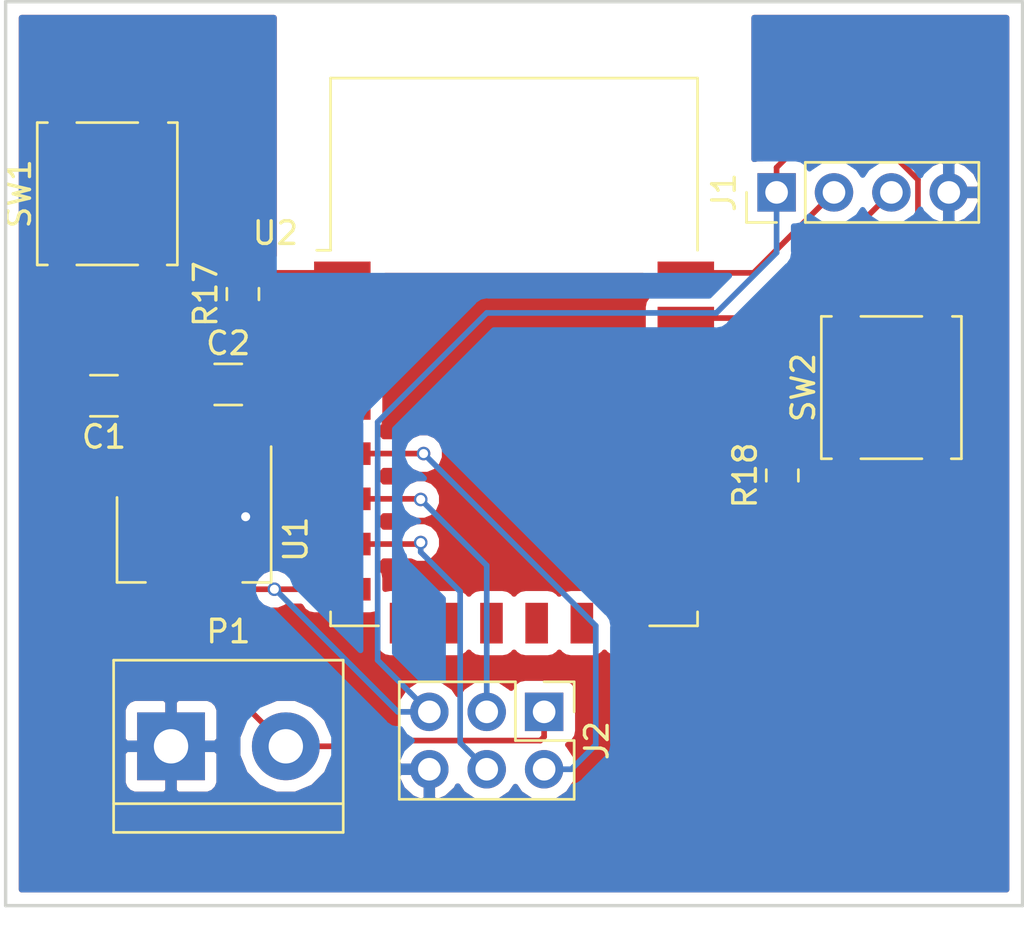
<source format=kicad_pcb>
(kicad_pcb (version 20171130) (host pcbnew 5.0.2-bee76a0~70~ubuntu18.04.1)

  (general
    (thickness 1.6)
    (drawings 5)
    (tracks 87)
    (zones 0)
    (modules 11)
    (nets 11)
  )

  (page A4)
  (layers
    (0 F.Cu signal)
    (31 B.Cu signal)
    (32 B.Adhes user)
    (33 F.Adhes user)
    (34 B.Paste user)
    (35 F.Paste user)
    (36 B.SilkS user)
    (37 F.SilkS user)
    (38 B.Mask user)
    (39 F.Mask user)
    (40 Dwgs.User user)
    (41 Cmts.User user)
    (42 Eco1.User user)
    (43 Eco2.User user)
    (44 Edge.Cuts user)
    (45 Margin user)
    (46 B.CrtYd user)
    (47 F.CrtYd user)
    (48 B.Fab user)
    (49 F.Fab user)
  )

  (setup
    (last_trace_width 0.25)
    (user_trace_width 0.5)
    (trace_clearance 0.2)
    (zone_clearance 0.508)
    (zone_45_only no)
    (trace_min 0.2)
    (segment_width 0.2)
    (edge_width 0.15)
    (via_size 0.6)
    (via_drill 0.4)
    (via_min_size 0.4)
    (via_min_drill 0.3)
    (uvia_size 0.3)
    (uvia_drill 0.1)
    (uvias_allowed no)
    (uvia_min_size 0.2)
    (uvia_min_drill 0.1)
    (pcb_text_width 0.3)
    (pcb_text_size 1.5 1.5)
    (mod_edge_width 0.15)
    (mod_text_size 1 1)
    (mod_text_width 0.15)
    (pad_size 1.524 1.524)
    (pad_drill 0.762)
    (pad_to_mask_clearance 0.2)
    (solder_mask_min_width 0.25)
    (aux_axis_origin 0 0)
    (visible_elements FFFFFF7F)
    (pcbplotparams
      (layerselection 0x010f0_ffffffff)
      (usegerberextensions true)
      (usegerberattributes false)
      (usegerberadvancedattributes false)
      (creategerberjobfile false)
      (excludeedgelayer true)
      (linewidth 0.100000)
      (plotframeref false)
      (viasonmask false)
      (mode 1)
      (useauxorigin false)
      (hpglpennumber 1)
      (hpglpenspeed 20)
      (hpglpendiameter 15.000000)
      (psnegative false)
      (psa4output false)
      (plotreference true)
      (plotvalue true)
      (plotinvisibletext false)
      (padsonsilk false)
      (subtractmaskfromsilk false)
      (outputformat 1)
      (mirror false)
      (drillshape 0)
      (scaleselection 1)
      (outputdirectory "GERBER/"))
  )

  (net 0 "")
  (net 1 /SRCLK)
  (net 2 /RCLK)
  (net 3 /SER)
  (net 4 /TXD)
  (net 5 /RXD)
  (net 6 "Net-(R17-Pad2)")
  (net 7 "Net-(R18-Pad2)")
  (net 8 /5V)
  (net 9 /GND)
  (net 10 /3V3)

  (net_class Default "This is the default net class."
    (clearance 0.2)
    (trace_width 0.25)
    (via_dia 0.6)
    (via_drill 0.4)
    (uvia_dia 0.3)
    (uvia_drill 0.1)
    (add_net /3V3)
    (add_net /5V)
    (add_net /GND)
    (add_net /RCLK)
    (add_net /RXD)
    (add_net /SER)
    (add_net /SRCLK)
    (add_net /TXD)
    (add_net "Net-(R17-Pad2)")
    (add_net "Net-(R18-Pad2)")
  )

  (net_class Big ""
    (clearance 0.5)
    (trace_width 0.5)
    (via_dia 0.6)
    (via_drill 0.4)
    (uvia_dia 0.3)
    (uvia_drill 0.1)
  )

  (module Capacitor_SMD:C_1206_3216Metric_Pad1.42x1.75mm_HandSolder (layer F.Cu) (tedit 5B301BBE) (tstamp 5C298585)
    (at 144.352239 92.437726 180)
    (descr "Capacitor SMD 1206 (3216 Metric), square (rectangular) end terminal, IPC_7351 nominal with elongated pad for handsoldering. (Body size source: http://www.tortai-tech.com/upload/download/2011102023233369053.pdf), generated with kicad-footprint-generator")
    (tags "capacitor handsolder")
    (path /587650E8)
    (attr smd)
    (fp_text reference C1 (at 0 -1.82 180) (layer F.SilkS)
      (effects (font (size 1 1) (thickness 0.15)))
    )
    (fp_text value 10uF (at 0 1.82 180) (layer F.Fab)
      (effects (font (size 1 1) (thickness 0.15)))
    )
    (fp_text user %R (at 0 0 180) (layer F.Fab)
      (effects (font (size 0.8 0.8) (thickness 0.12)))
    )
    (fp_line (start 2.45 1.12) (end -2.45 1.12) (layer F.CrtYd) (width 0.05))
    (fp_line (start 2.45 -1.12) (end 2.45 1.12) (layer F.CrtYd) (width 0.05))
    (fp_line (start -2.45 -1.12) (end 2.45 -1.12) (layer F.CrtYd) (width 0.05))
    (fp_line (start -2.45 1.12) (end -2.45 -1.12) (layer F.CrtYd) (width 0.05))
    (fp_line (start -0.602064 0.91) (end 0.602064 0.91) (layer F.SilkS) (width 0.12))
    (fp_line (start -0.602064 -0.91) (end 0.602064 -0.91) (layer F.SilkS) (width 0.12))
    (fp_line (start 1.6 0.8) (end -1.6 0.8) (layer F.Fab) (width 0.1))
    (fp_line (start 1.6 -0.8) (end 1.6 0.8) (layer F.Fab) (width 0.1))
    (fp_line (start -1.6 -0.8) (end 1.6 -0.8) (layer F.Fab) (width 0.1))
    (fp_line (start -1.6 0.8) (end -1.6 -0.8) (layer F.Fab) (width 0.1))
    (pad 2 smd roundrect (at 1.4875 0 180) (size 1.425 1.75) (layers F.Cu F.Paste F.Mask) (roundrect_rratio 0.175439)
      (net 9 /GND))
    (pad 1 smd roundrect (at -1.4875 0 180) (size 1.425 1.75) (layers F.Cu F.Paste F.Mask) (roundrect_rratio 0.175439)
      (net 8 /5V))
    (model ${KISYS3DMOD}/Capacitor_SMD.3dshapes/C_1206_3216Metric.wrl
      (at (xyz 0 0 0))
      (scale (xyz 1 1 1))
      (rotate (xyz 0 0 0))
    )
  )

  (module Capacitor_SMD:C_1206_3216Metric_Pad1.42x1.75mm_HandSolder (layer F.Cu) (tedit 5B301BBE) (tstamp 5C298516)
    (at 149.852239 91.937726)
    (descr "Capacitor SMD 1206 (3216 Metric), square (rectangular) end terminal, IPC_7351 nominal with elongated pad for handsoldering. (Body size source: http://www.tortai-tech.com/upload/download/2011102023233369053.pdf), generated with kicad-footprint-generator")
    (tags "capacitor handsolder")
    (path /58764C44)
    (attr smd)
    (fp_text reference C2 (at 0 -1.82) (layer F.SilkS)
      (effects (font (size 1 1) (thickness 0.15)))
    )
    (fp_text value 10uF (at 0 1.82) (layer F.Fab)
      (effects (font (size 1 1) (thickness 0.15)))
    )
    (fp_line (start -1.6 0.8) (end -1.6 -0.8) (layer F.Fab) (width 0.1))
    (fp_line (start -1.6 -0.8) (end 1.6 -0.8) (layer F.Fab) (width 0.1))
    (fp_line (start 1.6 -0.8) (end 1.6 0.8) (layer F.Fab) (width 0.1))
    (fp_line (start 1.6 0.8) (end -1.6 0.8) (layer F.Fab) (width 0.1))
    (fp_line (start -0.602064 -0.91) (end 0.602064 -0.91) (layer F.SilkS) (width 0.12))
    (fp_line (start -0.602064 0.91) (end 0.602064 0.91) (layer F.SilkS) (width 0.12))
    (fp_line (start -2.45 1.12) (end -2.45 -1.12) (layer F.CrtYd) (width 0.05))
    (fp_line (start -2.45 -1.12) (end 2.45 -1.12) (layer F.CrtYd) (width 0.05))
    (fp_line (start 2.45 -1.12) (end 2.45 1.12) (layer F.CrtYd) (width 0.05))
    (fp_line (start 2.45 1.12) (end -2.45 1.12) (layer F.CrtYd) (width 0.05))
    (fp_text user %R (at 0 0) (layer F.Fab)
      (effects (font (size 0.8 0.8) (thickness 0.12)))
    )
    (pad 1 smd roundrect (at -1.4875 0) (size 1.425 1.75) (layers F.Cu F.Paste F.Mask) (roundrect_rratio 0.175439)
      (net 10 /3V3))
    (pad 2 smd roundrect (at 1.4875 0) (size 1.425 1.75) (layers F.Cu F.Paste F.Mask) (roundrect_rratio 0.175439)
      (net 9 /GND))
    (model ${KISYS3DMOD}/Capacitor_SMD.3dshapes/C_1206_3216Metric.wrl
      (at (xyz 0 0 0))
      (scale (xyz 1 1 1))
      (rotate (xyz 0 0 0))
    )
  )

  (module Connector_PinHeader_2.54mm:PinHeader_1x04_P2.54mm_Vertical (layer F.Cu) (tedit 59FED5CC) (tstamp 5C298617)
    (at 174.117 83.439 90)
    (descr "Through hole straight pin header, 1x04, 2.54mm pitch, single row")
    (tags "Through hole pin header THT 1x04 2.54mm single row")
    (path /5C0704ED)
    (fp_text reference J1 (at 0 -2.33 90) (layer F.SilkS)
      (effects (font (size 1 1) (thickness 0.15)))
    )
    (fp_text value Conn_01x04_Male (at 0 9.95 90) (layer F.Fab)
      (effects (font (size 1 1) (thickness 0.15)))
    )
    (fp_line (start -0.635 -1.27) (end 1.27 -1.27) (layer F.Fab) (width 0.1))
    (fp_line (start 1.27 -1.27) (end 1.27 8.89) (layer F.Fab) (width 0.1))
    (fp_line (start 1.27 8.89) (end -1.27 8.89) (layer F.Fab) (width 0.1))
    (fp_line (start -1.27 8.89) (end -1.27 -0.635) (layer F.Fab) (width 0.1))
    (fp_line (start -1.27 -0.635) (end -0.635 -1.27) (layer F.Fab) (width 0.1))
    (fp_line (start -1.33 8.95) (end 1.33 8.95) (layer F.SilkS) (width 0.12))
    (fp_line (start -1.33 1.27) (end -1.33 8.95) (layer F.SilkS) (width 0.12))
    (fp_line (start 1.33 1.27) (end 1.33 8.95) (layer F.SilkS) (width 0.12))
    (fp_line (start -1.33 1.27) (end 1.33 1.27) (layer F.SilkS) (width 0.12))
    (fp_line (start -1.33 0) (end -1.33 -1.33) (layer F.SilkS) (width 0.12))
    (fp_line (start -1.33 -1.33) (end 0 -1.33) (layer F.SilkS) (width 0.12))
    (fp_line (start -1.8 -1.8) (end -1.8 9.4) (layer F.CrtYd) (width 0.05))
    (fp_line (start -1.8 9.4) (end 1.8 9.4) (layer F.CrtYd) (width 0.05))
    (fp_line (start 1.8 9.4) (end 1.8 -1.8) (layer F.CrtYd) (width 0.05))
    (fp_line (start 1.8 -1.8) (end -1.8 -1.8) (layer F.CrtYd) (width 0.05))
    (fp_text user %R (at 0 3.81 180) (layer F.Fab)
      (effects (font (size 1 1) (thickness 0.15)))
    )
    (pad 1 thru_hole rect (at 0 0 90) (size 1.7 1.7) (drill 1) (layers *.Cu *.Mask)
      (net 10 /3V3))
    (pad 2 thru_hole oval (at 0 2.54 90) (size 1.7 1.7) (drill 1) (layers *.Cu *.Mask)
      (net 4 /TXD))
    (pad 3 thru_hole oval (at 0 5.08 90) (size 1.7 1.7) (drill 1) (layers *.Cu *.Mask)
      (net 5 /RXD))
    (pad 4 thru_hole oval (at 0 7.62 90) (size 1.7 1.7) (drill 1) (layers *.Cu *.Mask)
      (net 9 /GND))
    (model ${KISYS3DMOD}/Connector_PinHeader_2.54mm.3dshapes/PinHeader_1x04_P2.54mm_Vertical.wrl
      (at (xyz 0 0 0))
      (scale (xyz 1 1 1))
      (rotate (xyz 0 0 0))
    )
  )

  (module Connector_PinHeader_2.54mm:PinHeader_2x03_P2.54mm_Vertical (layer F.Cu) (tedit 59FED5CC) (tstamp 5C297A1C)
    (at 163.83 106.426 270)
    (descr "Through hole straight pin header, 2x03, 2.54mm pitch, double rows")
    (tags "Through hole pin header THT 2x03 2.54mm double row")
    (path /5C24A056)
    (fp_text reference J2 (at 1.27 -2.33 270) (layer F.SilkS)
      (effects (font (size 1 1) (thickness 0.15)))
    )
    (fp_text value Conn_02x03_Odd_Even (at 1.27 7.41 270) (layer F.Fab)
      (effects (font (size 1 1) (thickness 0.15)))
    )
    (fp_line (start 0 -1.27) (end 3.81 -1.27) (layer F.Fab) (width 0.1))
    (fp_line (start 3.81 -1.27) (end 3.81 6.35) (layer F.Fab) (width 0.1))
    (fp_line (start 3.81 6.35) (end -1.27 6.35) (layer F.Fab) (width 0.1))
    (fp_line (start -1.27 6.35) (end -1.27 0) (layer F.Fab) (width 0.1))
    (fp_line (start -1.27 0) (end 0 -1.27) (layer F.Fab) (width 0.1))
    (fp_line (start -1.33 6.41) (end 3.87 6.41) (layer F.SilkS) (width 0.12))
    (fp_line (start -1.33 1.27) (end -1.33 6.41) (layer F.SilkS) (width 0.12))
    (fp_line (start 3.87 -1.33) (end 3.87 6.41) (layer F.SilkS) (width 0.12))
    (fp_line (start -1.33 1.27) (end 1.27 1.27) (layer F.SilkS) (width 0.12))
    (fp_line (start 1.27 1.27) (end 1.27 -1.33) (layer F.SilkS) (width 0.12))
    (fp_line (start 1.27 -1.33) (end 3.87 -1.33) (layer F.SilkS) (width 0.12))
    (fp_line (start -1.33 0) (end -1.33 -1.33) (layer F.SilkS) (width 0.12))
    (fp_line (start -1.33 -1.33) (end 0 -1.33) (layer F.SilkS) (width 0.12))
    (fp_line (start -1.8 -1.8) (end -1.8 6.85) (layer F.CrtYd) (width 0.05))
    (fp_line (start -1.8 6.85) (end 4.35 6.85) (layer F.CrtYd) (width 0.05))
    (fp_line (start 4.35 6.85) (end 4.35 -1.8) (layer F.CrtYd) (width 0.05))
    (fp_line (start 4.35 -1.8) (end -1.8 -1.8) (layer F.CrtYd) (width 0.05))
    (fp_text user %R (at 1.27 2.54) (layer F.Fab)
      (effects (font (size 1 1) (thickness 0.15)))
    )
    (pad 1 thru_hole rect (at 0 0 270) (size 1.7 1.7) (drill 1) (layers *.Cu *.Mask)
      (net 8 /5V))
    (pad 2 thru_hole oval (at 2.54 0 270) (size 1.7 1.7) (drill 1) (layers *.Cu *.Mask)
      (net 3 /SER))
    (pad 3 thru_hole oval (at 0 2.54 270) (size 1.7 1.7) (drill 1) (layers *.Cu *.Mask)
      (net 1 /SRCLK))
    (pad 4 thru_hole oval (at 2.54 2.54 270) (size 1.7 1.7) (drill 1) (layers *.Cu *.Mask)
      (net 2 /RCLK))
    (pad 5 thru_hole oval (at 0 5.08 270) (size 1.7 1.7) (drill 1) (layers *.Cu *.Mask)
      (net 10 /3V3))
    (pad 6 thru_hole oval (at 2.54 5.08 270) (size 1.7 1.7) (drill 1) (layers *.Cu *.Mask)
      (net 9 /GND))
    (model ${KISYS3DMOD}/Connector_PinHeader_2.54mm.3dshapes/PinHeader_2x03_P2.54mm_Vertical.wrl
      (at (xyz 0 0 0))
      (scale (xyz 1 1 1))
      (rotate (xyz 0 0 0))
    )
  )

  (module TerminalBlock:TerminalBlock_bornier-2_P5.08mm (layer F.Cu) (tedit 59FF03AB) (tstamp 5C297713)
    (at 147.32 107.95)
    (descr "simple 2-pin terminal block, pitch 5.08mm, revamped version of bornier2")
    (tags "terminal block bornier2")
    (path /58764921)
    (fp_text reference P1 (at 2.54 -5.08) (layer F.SilkS)
      (effects (font (size 1 1) (thickness 0.15)))
    )
    (fp_text value 5VIN (at 2.54 5.08) (layer F.Fab)
      (effects (font (size 1 1) (thickness 0.15)))
    )
    (fp_text user %R (at 2.54 0) (layer F.Fab)
      (effects (font (size 1 1) (thickness 0.15)))
    )
    (fp_line (start -2.41 2.55) (end 7.49 2.55) (layer F.Fab) (width 0.1))
    (fp_line (start -2.46 -3.75) (end -2.46 3.75) (layer F.Fab) (width 0.1))
    (fp_line (start -2.46 3.75) (end 7.54 3.75) (layer F.Fab) (width 0.1))
    (fp_line (start 7.54 3.75) (end 7.54 -3.75) (layer F.Fab) (width 0.1))
    (fp_line (start 7.54 -3.75) (end -2.46 -3.75) (layer F.Fab) (width 0.1))
    (fp_line (start 7.62 2.54) (end -2.54 2.54) (layer F.SilkS) (width 0.12))
    (fp_line (start 7.62 3.81) (end 7.62 -3.81) (layer F.SilkS) (width 0.12))
    (fp_line (start 7.62 -3.81) (end -2.54 -3.81) (layer F.SilkS) (width 0.12))
    (fp_line (start -2.54 -3.81) (end -2.54 3.81) (layer F.SilkS) (width 0.12))
    (fp_line (start -2.54 3.81) (end 7.62 3.81) (layer F.SilkS) (width 0.12))
    (fp_line (start -2.71 -4) (end 7.79 -4) (layer F.CrtYd) (width 0.05))
    (fp_line (start -2.71 -4) (end -2.71 4) (layer F.CrtYd) (width 0.05))
    (fp_line (start 7.79 4) (end 7.79 -4) (layer F.CrtYd) (width 0.05))
    (fp_line (start 7.79 4) (end -2.71 4) (layer F.CrtYd) (width 0.05))
    (pad 1 thru_hole rect (at 0 0) (size 3 3) (drill 1.52) (layers *.Cu *.Mask)
      (net 9 /GND))
    (pad 2 thru_hole circle (at 5.08 0) (size 3 3) (drill 1.52) (layers *.Cu *.Mask)
      (net 8 /5V))
    (model ${KISYS3DMOD}/TerminalBlock.3dshapes/TerminalBlock_bornier-2_P5.08mm.wrl
      (offset (xyz 2.539999961853027 0 0))
      (scale (xyz 1 1 1))
      (rotate (xyz 0 0 0))
    )
  )

  (module Resistor_SMD:R_0805_2012Metric (layer F.Cu) (tedit 5B36C52B) (tstamp 5C297724)
    (at 150.5 87.9375 90)
    (descr "Resistor SMD 0805 (2012 Metric), square (rectangular) end terminal, IPC_7351 nominal, (Body size source: https://docs.google.com/spreadsheets/d/1BsfQQcO9C6DZCsRaXUlFlo91Tg2WpOkGARC1WS5S8t0/edit?usp=sharing), generated with kicad-footprint-generator")
    (tags resistor)
    (path /5C06FB32)
    (attr smd)
    (fp_text reference R17 (at 0 -1.65 90) (layer F.SilkS)
      (effects (font (size 1 1) (thickness 0.15)))
    )
    (fp_text value 10k (at 0 1.65 90) (layer F.Fab)
      (effects (font (size 1 1) (thickness 0.15)))
    )
    (fp_line (start -1 0.6) (end -1 -0.6) (layer F.Fab) (width 0.1))
    (fp_line (start -1 -0.6) (end 1 -0.6) (layer F.Fab) (width 0.1))
    (fp_line (start 1 -0.6) (end 1 0.6) (layer F.Fab) (width 0.1))
    (fp_line (start 1 0.6) (end -1 0.6) (layer F.Fab) (width 0.1))
    (fp_line (start -0.258578 -0.71) (end 0.258578 -0.71) (layer F.SilkS) (width 0.12))
    (fp_line (start -0.258578 0.71) (end 0.258578 0.71) (layer F.SilkS) (width 0.12))
    (fp_line (start -1.68 0.95) (end -1.68 -0.95) (layer F.CrtYd) (width 0.05))
    (fp_line (start -1.68 -0.95) (end 1.68 -0.95) (layer F.CrtYd) (width 0.05))
    (fp_line (start 1.68 -0.95) (end 1.68 0.95) (layer F.CrtYd) (width 0.05))
    (fp_line (start 1.68 0.95) (end -1.68 0.95) (layer F.CrtYd) (width 0.05))
    (fp_text user %R (at 0 0 90) (layer F.Fab)
      (effects (font (size 0.5 0.5) (thickness 0.08)))
    )
    (pad 1 smd roundrect (at -0.9375 0 90) (size 0.975 1.4) (layers F.Cu F.Paste F.Mask) (roundrect_rratio 0.25)
      (net 10 /3V3))
    (pad 2 smd roundrect (at 0.9375 0 90) (size 0.975 1.4) (layers F.Cu F.Paste F.Mask) (roundrect_rratio 0.25)
      (net 6 "Net-(R17-Pad2)"))
    (model ${KISYS3DMOD}/Resistor_SMD.3dshapes/R_0805_2012Metric.wrl
      (at (xyz 0 0 0))
      (scale (xyz 1 1 1))
      (rotate (xyz 0 0 0))
    )
  )

  (module Resistor_SMD:R_0805_2012Metric (layer F.Cu) (tedit 5B36C52B) (tstamp 5C297735)
    (at 174.371 95.9635 90)
    (descr "Resistor SMD 0805 (2012 Metric), square (rectangular) end terminal, IPC_7351 nominal, (Body size source: https://docs.google.com/spreadsheets/d/1BsfQQcO9C6DZCsRaXUlFlo91Tg2WpOkGARC1WS5S8t0/edit?usp=sharing), generated with kicad-footprint-generator")
    (tags resistor)
    (path /5C06FBFA)
    (attr smd)
    (fp_text reference R18 (at 0 -1.65 90) (layer F.SilkS)
      (effects (font (size 1 1) (thickness 0.15)))
    )
    (fp_text value 10k (at 0 1.65 90) (layer F.Fab)
      (effects (font (size 1 1) (thickness 0.15)))
    )
    (fp_text user %R (at 0 0 90) (layer F.Fab)
      (effects (font (size 0.5 0.5) (thickness 0.08)))
    )
    (fp_line (start 1.68 0.95) (end -1.68 0.95) (layer F.CrtYd) (width 0.05))
    (fp_line (start 1.68 -0.95) (end 1.68 0.95) (layer F.CrtYd) (width 0.05))
    (fp_line (start -1.68 -0.95) (end 1.68 -0.95) (layer F.CrtYd) (width 0.05))
    (fp_line (start -1.68 0.95) (end -1.68 -0.95) (layer F.CrtYd) (width 0.05))
    (fp_line (start -0.258578 0.71) (end 0.258578 0.71) (layer F.SilkS) (width 0.12))
    (fp_line (start -0.258578 -0.71) (end 0.258578 -0.71) (layer F.SilkS) (width 0.12))
    (fp_line (start 1 0.6) (end -1 0.6) (layer F.Fab) (width 0.1))
    (fp_line (start 1 -0.6) (end 1 0.6) (layer F.Fab) (width 0.1))
    (fp_line (start -1 -0.6) (end 1 -0.6) (layer F.Fab) (width 0.1))
    (fp_line (start -1 0.6) (end -1 -0.6) (layer F.Fab) (width 0.1))
    (pad 2 smd roundrect (at 0.9375 0 90) (size 0.975 1.4) (layers F.Cu F.Paste F.Mask) (roundrect_rratio 0.25)
      (net 7 "Net-(R18-Pad2)"))
    (pad 1 smd roundrect (at -0.9375 0 90) (size 0.975 1.4) (layers F.Cu F.Paste F.Mask) (roundrect_rratio 0.25)
      (net 10 /3V3))
    (model ${KISYS3DMOD}/Resistor_SMD.3dshapes/R_0805_2012Metric.wrl
      (at (xyz 0 0 0))
      (scale (xyz 1 1 1))
      (rotate (xyz 0 0 0))
    )
  )

  (module Button_Switch_SMD:SW_SPST_EVPBF (layer F.Cu) (tedit 5A02FC95) (tstamp 5C29774F)
    (at 144.5 83.5 90)
    (descr "Light Touch Switch")
    (path /5C06FFA3)
    (attr smd)
    (fp_text reference SW1 (at 0 -3.9 90) (layer F.SilkS)
      (effects (font (size 1 1) (thickness 0.15)))
    )
    (fp_text value SW_DPST (at 0 4.25 90) (layer F.Fab)
      (effects (font (size 1 1) (thickness 0.15)))
    )
    (fp_circle (center 0 0) (end 1.7 0) (layer F.Fab) (width 0.1))
    (fp_line (start -4.5 3.25) (end -4.5 -3.25) (layer F.CrtYd) (width 0.05))
    (fp_line (start 4.5 3.25) (end -4.5 3.25) (layer F.CrtYd) (width 0.05))
    (fp_line (start 4.5 -3.25) (end 4.5 3.25) (layer F.CrtYd) (width 0.05))
    (fp_line (start -4.5 -3.25) (end 4.5 -3.25) (layer F.CrtYd) (width 0.05))
    (fp_text user %R (at 0 -3.9 90) (layer F.Fab)
      (effects (font (size 1 1) (thickness 0.15)))
    )
    (fp_line (start -3 3) (end -3 -3) (layer F.Fab) (width 0.1))
    (fp_line (start 3 3) (end -3 3) (layer F.Fab) (width 0.1))
    (fp_line (start 3 -3) (end 3 3) (layer F.Fab) (width 0.1))
    (fp_line (start -3 -3) (end 3 -3) (layer F.Fab) (width 0.1))
    (fp_line (start -3.15 -2.65) (end -3.15 -3.1) (layer F.SilkS) (width 0.12))
    (fp_line (start 3.15 -3.1) (end 3.15 -2.65) (layer F.SilkS) (width 0.12))
    (fp_line (start -3.15 -3.1) (end 3.15 -3.1) (layer F.SilkS) (width 0.12))
    (fp_line (start 3.15 -1.35) (end 3.15 1.35) (layer F.SilkS) (width 0.12))
    (fp_line (start -3.15 1.35) (end -3.15 -1.35) (layer F.SilkS) (width 0.12))
    (fp_line (start 3.15 3.1) (end 3.15 2.7) (layer F.SilkS) (width 0.12))
    (fp_line (start -3.15 3.1) (end 3.15 3.1) (layer F.SilkS) (width 0.12))
    (fp_line (start -3.15 2.65) (end -3.15 3.1) (layer F.SilkS) (width 0.12))
    (pad 2 smd rect (at 2.88 2 90) (size 2.75 1) (layers F.Cu F.Paste F.Mask)
      (net 6 "Net-(R17-Pad2)"))
    (pad 2 smd rect (at -2.88 2 90) (size 2.75 1) (layers F.Cu F.Paste F.Mask)
      (net 6 "Net-(R17-Pad2)"))
    (pad 1 smd rect (at -2.88 -2 90) (size 2.75 1) (layers F.Cu F.Paste F.Mask)
      (net 9 /GND))
    (pad 1 smd rect (at 2.88 -2 90) (size 2.75 1) (layers F.Cu F.Paste F.Mask)
      (net 9 /GND))
    (model ${KISYS3DMOD}/Button_Switch_SMD.3dshapes/SW_SPST_EVPBF.wrl
      (at (xyz 0 0 0))
      (scale (xyz 1 1 1))
      (rotate (xyz 0 0 0))
    )
  )

  (module Button_Switch_SMD:SW_SPST_EVPBF (layer F.Cu) (tedit 5A02FC95) (tstamp 5C297769)
    (at 179.197 92.075 90)
    (descr "Light Touch Switch")
    (path /5C06FE52)
    (attr smd)
    (fp_text reference SW2 (at 0 -3.9 90) (layer F.SilkS)
      (effects (font (size 1 1) (thickness 0.15)))
    )
    (fp_text value SW_DPST (at 0 4.25 90) (layer F.Fab)
      (effects (font (size 1 1) (thickness 0.15)))
    )
    (fp_line (start -3.15 2.65) (end -3.15 3.1) (layer F.SilkS) (width 0.12))
    (fp_line (start -3.15 3.1) (end 3.15 3.1) (layer F.SilkS) (width 0.12))
    (fp_line (start 3.15 3.1) (end 3.15 2.7) (layer F.SilkS) (width 0.12))
    (fp_line (start -3.15 1.35) (end -3.15 -1.35) (layer F.SilkS) (width 0.12))
    (fp_line (start 3.15 -1.35) (end 3.15 1.35) (layer F.SilkS) (width 0.12))
    (fp_line (start -3.15 -3.1) (end 3.15 -3.1) (layer F.SilkS) (width 0.12))
    (fp_line (start 3.15 -3.1) (end 3.15 -2.65) (layer F.SilkS) (width 0.12))
    (fp_line (start -3.15 -2.65) (end -3.15 -3.1) (layer F.SilkS) (width 0.12))
    (fp_line (start -3 -3) (end 3 -3) (layer F.Fab) (width 0.1))
    (fp_line (start 3 -3) (end 3 3) (layer F.Fab) (width 0.1))
    (fp_line (start 3 3) (end -3 3) (layer F.Fab) (width 0.1))
    (fp_line (start -3 3) (end -3 -3) (layer F.Fab) (width 0.1))
    (fp_text user %R (at 0 -3.9 90) (layer F.Fab)
      (effects (font (size 1 1) (thickness 0.15)))
    )
    (fp_line (start -4.5 -3.25) (end 4.5 -3.25) (layer F.CrtYd) (width 0.05))
    (fp_line (start 4.5 -3.25) (end 4.5 3.25) (layer F.CrtYd) (width 0.05))
    (fp_line (start 4.5 3.25) (end -4.5 3.25) (layer F.CrtYd) (width 0.05))
    (fp_line (start -4.5 3.25) (end -4.5 -3.25) (layer F.CrtYd) (width 0.05))
    (fp_circle (center 0 0) (end 1.7 0) (layer F.Fab) (width 0.1))
    (pad 1 smd rect (at 2.88 -2 90) (size 2.75 1) (layers F.Cu F.Paste F.Mask)
      (net 7 "Net-(R18-Pad2)"))
    (pad 1 smd rect (at -2.88 -2 90) (size 2.75 1) (layers F.Cu F.Paste F.Mask)
      (net 7 "Net-(R18-Pad2)"))
    (pad 2 smd rect (at -2.88 2 90) (size 2.75 1) (layers F.Cu F.Paste F.Mask)
      (net 9 /GND))
    (pad 2 smd rect (at 2.88 2 90) (size 2.75 1) (layers F.Cu F.Paste F.Mask)
      (net 9 /GND))
    (model ${KISYS3DMOD}/Button_Switch_SMD.3dshapes/SW_SPST_EVPBF.wrl
      (at (xyz 0 0 0))
      (scale (xyz 1 1 1))
      (rotate (xyz 0 0 0))
    )
  )

  (module Package_TO_SOT_SMD:SOT-223-3_TabPin2 (layer F.Cu) (tedit 5A02FF57) (tstamp 5C29854B)
    (at 148.339739 98.787726 270)
    (descr "module CMS SOT223 4 pins")
    (tags "CMS SOT")
    (path /58764782)
    (attr smd)
    (fp_text reference U1 (at 0 -4.5 270) (layer F.SilkS)
      (effects (font (size 1 1) (thickness 0.15)))
    )
    (fp_text value AMS1117 (at 0 4.5 270) (layer F.Fab)
      (effects (font (size 1 1) (thickness 0.15)))
    )
    (fp_text user %R (at 0 0) (layer F.Fab)
      (effects (font (size 0.8 0.8) (thickness 0.12)))
    )
    (fp_line (start 1.91 3.41) (end 1.91 2.15) (layer F.SilkS) (width 0.12))
    (fp_line (start 1.91 -3.41) (end 1.91 -2.15) (layer F.SilkS) (width 0.12))
    (fp_line (start 4.4 -3.6) (end -4.4 -3.6) (layer F.CrtYd) (width 0.05))
    (fp_line (start 4.4 3.6) (end 4.4 -3.6) (layer F.CrtYd) (width 0.05))
    (fp_line (start -4.4 3.6) (end 4.4 3.6) (layer F.CrtYd) (width 0.05))
    (fp_line (start -4.4 -3.6) (end -4.4 3.6) (layer F.CrtYd) (width 0.05))
    (fp_line (start -1.85 -2.35) (end -0.85 -3.35) (layer F.Fab) (width 0.1))
    (fp_line (start -1.85 -2.35) (end -1.85 3.35) (layer F.Fab) (width 0.1))
    (fp_line (start -1.85 3.41) (end 1.91 3.41) (layer F.SilkS) (width 0.12))
    (fp_line (start -0.85 -3.35) (end 1.85 -3.35) (layer F.Fab) (width 0.1))
    (fp_line (start -4.1 -3.41) (end 1.91 -3.41) (layer F.SilkS) (width 0.12))
    (fp_line (start -1.85 3.35) (end 1.85 3.35) (layer F.Fab) (width 0.1))
    (fp_line (start 1.85 -3.35) (end 1.85 3.35) (layer F.Fab) (width 0.1))
    (pad 2 smd rect (at 3.15 0 270) (size 2 3.8) (layers F.Cu F.Paste F.Mask)
      (net 10 /3V3))
    (pad 2 smd rect (at -3.15 0 270) (size 2 1.5) (layers F.Cu F.Paste F.Mask)
      (net 10 /3V3))
    (pad 3 smd rect (at -3.15 2.3 270) (size 2 1.5) (layers F.Cu F.Paste F.Mask)
      (net 8 /5V))
    (pad 1 smd rect (at -3.15 -2.3 270) (size 2 1.5) (layers F.Cu F.Paste F.Mask)
      (net 9 /GND))
    (model ${KISYS3DMOD}/Package_TO_SOT_SMD.3dshapes/SOT-223.wrl
      (at (xyz 0 0 0))
      (scale (xyz 1 1 1))
      (rotate (xyz 0 0 0))
    )
  )

  (module RF_Module:ESP-12E (layer F.Cu) (tedit 5A030172) (tstamp 5C2977BA)
    (at 162.5 90.5)
    (descr "Wi-Fi Module, http://wiki.ai-thinker.com/_media/esp8266/docs/aithinker_esp_12f_datasheet_en.pdf")
    (tags "Wi-Fi Module")
    (path /5C06F895)
    (attr smd)
    (fp_text reference U2 (at -10.56 -5.26) (layer F.SilkS)
      (effects (font (size 1 1) (thickness 0.15)))
    )
    (fp_text value ESP-12F (at -0.06 -12.78) (layer F.Fab)
      (effects (font (size 1 1) (thickness 0.15)))
    )
    (fp_text user Antenna (at -0.06 -7 180) (layer Cmts.User)
      (effects (font (size 1 1) (thickness 0.15)))
    )
    (fp_text user "KEEP-OUT ZONE" (at 0.03 -9.55 180) (layer Cmts.User)
      (effects (font (size 1 1) (thickness 0.15)))
    )
    (fp_text user %R (at 0.49 -0.8) (layer F.Fab)
      (effects (font (size 1 1) (thickness 0.15)))
    )
    (fp_line (start -8 -12) (end 8 -12) (layer F.Fab) (width 0.12))
    (fp_line (start 8 -12) (end 8 12) (layer F.Fab) (width 0.12))
    (fp_line (start 8 12) (end -8 12) (layer F.Fab) (width 0.12))
    (fp_line (start -8 12) (end -8 -3) (layer F.Fab) (width 0.12))
    (fp_line (start -8 -3) (end -7.5 -3.5) (layer F.Fab) (width 0.12))
    (fp_line (start -7.5 -3.5) (end -8 -4) (layer F.Fab) (width 0.12))
    (fp_line (start -8 -4) (end -8 -12) (layer F.Fab) (width 0.12))
    (fp_line (start -9.05 -12.2) (end 9.05 -12.2) (layer F.CrtYd) (width 0.05))
    (fp_line (start 9.05 -12.2) (end 9.05 13.1) (layer F.CrtYd) (width 0.05))
    (fp_line (start 9.05 13.1) (end -9.05 13.1) (layer F.CrtYd) (width 0.05))
    (fp_line (start -9.05 13.1) (end -9.05 -12.2) (layer F.CrtYd) (width 0.05))
    (fp_line (start -8.12 -12.12) (end 8.12 -12.12) (layer F.SilkS) (width 0.12))
    (fp_line (start 8.12 -12.12) (end 8.12 -4.5) (layer F.SilkS) (width 0.12))
    (fp_line (start 8.12 11.5) (end 8.12 12.12) (layer F.SilkS) (width 0.12))
    (fp_line (start 8.12 12.12) (end 6 12.12) (layer F.SilkS) (width 0.12))
    (fp_line (start -6 12.12) (end -8.12 12.12) (layer F.SilkS) (width 0.12))
    (fp_line (start -8.12 12.12) (end -8.12 11.5) (layer F.SilkS) (width 0.12))
    (fp_line (start -8.12 -4.5) (end -8.12 -12.12) (layer F.SilkS) (width 0.12))
    (fp_line (start -8.12 -4.5) (end -8.73 -4.5) (layer F.SilkS) (width 0.12))
    (fp_line (start -8.12 -12.12) (end 8.12 -12.12) (layer Dwgs.User) (width 0.12))
    (fp_line (start 8.12 -12.12) (end 8.12 -4.8) (layer Dwgs.User) (width 0.12))
    (fp_line (start 8.12 -4.8) (end -8.12 -4.8) (layer Dwgs.User) (width 0.12))
    (fp_line (start -8.12 -4.8) (end -8.12 -12.12) (layer Dwgs.User) (width 0.12))
    (fp_line (start -8.12 -9.12) (end -5.12 -12.12) (layer Dwgs.User) (width 0.12))
    (fp_line (start -8.12 -6.12) (end -2.12 -12.12) (layer Dwgs.User) (width 0.12))
    (fp_line (start -6.44 -4.8) (end 0.88 -12.12) (layer Dwgs.User) (width 0.12))
    (fp_line (start -3.44 -4.8) (end 3.88 -12.12) (layer Dwgs.User) (width 0.12))
    (fp_line (start -0.44 -4.8) (end 6.88 -12.12) (layer Dwgs.User) (width 0.12))
    (fp_line (start 2.56 -4.8) (end 8.12 -10.36) (layer Dwgs.User) (width 0.12))
    (fp_line (start 5.56 -4.8) (end 8.12 -7.36) (layer Dwgs.User) (width 0.12))
    (pad 1 smd rect (at -7.6 -3.5) (size 2.5 1) (layers F.Cu F.Paste F.Mask)
      (net 6 "Net-(R17-Pad2)"))
    (pad 2 smd rect (at -7.6 -1.5) (size 2.5 1) (layers F.Cu F.Paste F.Mask))
    (pad 3 smd rect (at -7.6 0.5) (size 2.5 1) (layers F.Cu F.Paste F.Mask)
      (net 10 /3V3))
    (pad 4 smd rect (at -7.6 2.5) (size 2.5 1) (layers F.Cu F.Paste F.Mask))
    (pad 5 smd rect (at -7.6 4.5) (size 2.5 1) (layers F.Cu F.Paste F.Mask)
      (net 3 /SER))
    (pad 6 smd rect (at -7.6 6.5) (size 2.5 1) (layers F.Cu F.Paste F.Mask)
      (net 1 /SRCLK))
    (pad 7 smd rect (at -7.6 8.5) (size 2.5 1) (layers F.Cu F.Paste F.Mask)
      (net 2 /RCLK))
    (pad 8 smd rect (at -7.6 10.5) (size 2.5 1) (layers F.Cu F.Paste F.Mask)
      (net 10 /3V3))
    (pad 9 smd rect (at -5 12) (size 1 1.8) (layers F.Cu F.Paste F.Mask))
    (pad 10 smd rect (at -3 12) (size 1 1.8) (layers F.Cu F.Paste F.Mask))
    (pad 11 smd rect (at -1 12) (size 1 1.8) (layers F.Cu F.Paste F.Mask))
    (pad 12 smd rect (at 1 12) (size 1 1.8) (layers F.Cu F.Paste F.Mask))
    (pad 13 smd rect (at 3 12) (size 1 1.8) (layers F.Cu F.Paste F.Mask))
    (pad 14 smd rect (at 5 12) (size 1 1.8) (layers F.Cu F.Paste F.Mask))
    (pad 15 smd rect (at 7.6 10.5) (size 2.5 1) (layers F.Cu F.Paste F.Mask)
      (net 9 /GND))
    (pad 16 smd rect (at 7.6 8.5) (size 2.5 1) (layers F.Cu F.Paste F.Mask)
      (net 9 /GND))
    (pad 17 smd rect (at 7.6 6.5) (size 2.5 1) (layers F.Cu F.Paste F.Mask))
    (pad 18 smd rect (at 7.6 4.5) (size 2.5 1) (layers F.Cu F.Paste F.Mask)
      (net 7 "Net-(R18-Pad2)"))
    (pad 19 smd rect (at 7.6 2.5) (size 2.5 1) (layers F.Cu F.Paste F.Mask))
    (pad 20 smd rect (at 7.6 0.5) (size 2.5 1) (layers F.Cu F.Paste F.Mask))
    (pad 21 smd rect (at 7.6 -1.5) (size 2.5 1) (layers F.Cu F.Paste F.Mask)
      (net 5 /RXD))
    (pad 22 smd rect (at 7.6 -3.5) (size 2.5 1) (layers F.Cu F.Paste F.Mask)
      (net 4 /TXD))
    (model ${KISYS3DMOD}/RF_Module.3dshapes/ESP-12E.wrl
      (at (xyz 0 0 0))
      (scale (xyz 1 1 1))
      (rotate (xyz 0 0 0))
    )
  )

  (gr_line (start 140 75) (end 185 75) (layer Edge.Cuts) (width 0.15))
  (gr_line (start 140 115) (end 140 75) (layer Edge.Cuts) (width 0.15))
  (gr_line (start 185 115) (end 140 115) (layer Edge.Cuts) (width 0.15))
  (gr_line (start 185 110) (end 185 115) (layer Edge.Cuts) (width 0.15))
  (gr_line (start 185 75) (end 185 110) (layer Edge.Cuts) (width 0.15))

  (via (at 158.369 97.028) (size 0.6) (drill 0.4) (layers F.Cu B.Cu) (net 1))
  (segment (start 154.9 97) (end 158.341 97) (width 0.25) (layer F.Cu) (net 1))
  (segment (start 158.341 97) (end 158.369 97.028) (width 0.25) (layer F.Cu) (net 1))
  (segment (start 161.29 99.949) (end 161.29 106.426) (width 0.25) (layer B.Cu) (net 1))
  (segment (start 158.369 97.028) (end 161.29 99.949) (width 0.25) (layer B.Cu) (net 1))
  (via (at 158.369 98.933) (size 0.6) (drill 0.4) (layers F.Cu B.Cu) (net 2))
  (segment (start 154.9 99) (end 158.302 99) (width 0.25) (layer F.Cu) (net 2))
  (segment (start 158.302 99) (end 158.369 98.933) (width 0.25) (layer F.Cu) (net 2))
  (segment (start 158.369 99.357264) (end 160.114999 101.103263) (width 0.25) (layer B.Cu) (net 2))
  (segment (start 160.440001 108.116001) (end 161.29 108.966) (width 0.25) (layer B.Cu) (net 2))
  (segment (start 160.114999 107.790999) (end 160.440001 108.116001) (width 0.25) (layer B.Cu) (net 2))
  (segment (start 160.114999 101.103263) (end 160.114999 107.790999) (width 0.25) (layer B.Cu) (net 2))
  (segment (start 158.369 98.933) (end 158.369 99.357264) (width 0.25) (layer B.Cu) (net 2))
  (segment (start 165.032081 108.966) (end 166.116 107.882081) (width 0.25) (layer B.Cu) (net 3))
  (segment (start 163.83 108.966) (end 165.032081 108.966) (width 0.25) (layer B.Cu) (net 3))
  (segment (start 166.116 107.882081) (end 166.116 102.616) (width 0.25) (layer B.Cu) (net 3))
  (via (at 158.496 94.996) (size 0.6) (drill 0.4) (layers F.Cu B.Cu) (net 3))
  (segment (start 166.116 102.616) (end 158.496 94.996) (width 0.25) (layer B.Cu) (net 3))
  (segment (start 154.904 94.996) (end 154.9 95) (width 0.25) (layer F.Cu) (net 3))
  (segment (start 158.496 94.996) (end 154.904 94.996) (width 0.25) (layer F.Cu) (net 3))
  (segment (start 173.096 87) (end 176.657 83.439) (width 0.25) (layer F.Cu) (net 4))
  (segment (start 170.1 87) (end 173.096 87) (width 0.25) (layer F.Cu) (net 4))
  (segment (start 173.636 89) (end 170.1 89) (width 0.25) (layer F.Cu) (net 5))
  (segment (start 179.197 83.439) (end 173.636 89) (width 0.25) (layer F.Cu) (net 5))
  (segment (start 154.9 87) (end 150.5 87) (width 0.25) (layer F.Cu) (net 6))
  (segment (start 149.88 86.38) (end 146.5 86.38) (width 0.25) (layer F.Cu) (net 6))
  (segment (start 150.5 87) (end 149.88 86.38) (width 0.25) (layer F.Cu) (net 6))
  (segment (start 146.5 84.755) (end 146.5 80.62) (width 0.25) (layer F.Cu) (net 6))
  (segment (start 146.5 86.38) (end 146.5 84.755) (width 0.25) (layer F.Cu) (net 6))
  (segment (start 172.361 95.026) (end 172.335 95) (width 0.25) (layer F.Cu) (net 7))
  (segment (start 174.371 95.026) (end 172.361 95.026) (width 0.25) (layer F.Cu) (net 7))
  (segment (start 172.335 95) (end 170.1 95) (width 0.25) (layer F.Cu) (net 7))
  (segment (start 177.197 90.82) (end 177.197 94.955) (width 0.25) (layer F.Cu) (net 7))
  (segment (start 177.197 89.195) (end 177.197 90.82) (width 0.25) (layer F.Cu) (net 7))
  (segment (start 174.442 94.955) (end 174.371 95.026) (width 0.25) (layer F.Cu) (net 7))
  (segment (start 177.197 94.955) (end 174.442 94.955) (width 0.25) (layer F.Cu) (net 7))
  (segment (start 145.839739 95.437726) (end 146.039739 95.637726) (width 0.25) (layer F.Cu) (net 8))
  (segment (start 145.839739 92.437726) (end 145.839739 95.437726) (width 0.25) (layer F.Cu) (net 8))
  (segment (start 163.83 107.526) (end 163.66 107.696) (width 0.25) (layer F.Cu) (net 8))
  (segment (start 163.83 106.426) (end 163.83 107.526) (width 0.25) (layer F.Cu) (net 8))
  (segment (start 154.52132 107.95) (end 152.4 107.95) (width 0.25) (layer F.Cu) (net 8))
  (segment (start 154.77532 107.696) (end 154.52132 107.95) (width 0.25) (layer F.Cu) (net 8))
  (segment (start 163.66 107.696) (end 154.77532 107.696) (width 0.25) (layer F.Cu) (net 8))
  (segment (start 146.039739 96.887726) (end 146.039739 95.637726) (width 0.25) (layer F.Cu) (net 8))
  (segment (start 145.034 102.997) (end 145.034 97.893465) (width 0.25) (layer F.Cu) (net 8))
  (segment (start 145.034 97.893465) (end 146.039739 96.887726) (width 0.25) (layer F.Cu) (net 8))
  (segment (start 152.4 107.95) (end 148.971 104.521) (width 0.25) (layer F.Cu) (net 8))
  (segment (start 146.558 104.521) (end 145.034 102.997) (width 0.25) (layer F.Cu) (net 8))
  (segment (start 148.971 104.521) (end 146.558 104.521) (width 0.25) (layer F.Cu) (net 8))
  (via (at 150.622 97.79) (size 0.6) (drill 0.4) (layers F.Cu B.Cu) (net 9))
  (segment (start 150.639739 95.637726) (end 150.639739 97.772261) (width 0.25) (layer F.Cu) (net 9))
  (segment (start 150.639739 97.772261) (end 150.622 97.79) (width 0.25) (layer F.Cu) (net 9))
  (segment (start 147.32 101.092) (end 147.32 107.95) (width 0.25) (layer B.Cu) (net 9))
  (segment (start 150.622 97.79) (end 147.32 101.092) (width 0.25) (layer B.Cu) (net 9))
  (segment (start 148.364739 91.157261) (end 148.364739 91.937726) (width 0.25) (layer F.Cu) (net 10))
  (segment (start 150.5 88.875) (end 150.5 89.022) (width 0.25) (layer F.Cu) (net 10))
  (segment (start 150.5 89.022) (end 148.364739 91.157261) (width 0.25) (layer F.Cu) (net 10))
  (segment (start 151.105 88.875) (end 150.5 88.875) (width 0.25) (layer F.Cu) (net 10))
  (segment (start 154.9 91) (end 153.23 91) (width 0.25) (layer F.Cu) (net 10))
  (segment (start 153.23 91) (end 151.105 88.875) (width 0.25) (layer F.Cu) (net 10))
  (segment (start 148.364739 95.612726) (end 148.339739 95.637726) (width 0.25) (layer F.Cu) (net 10))
  (segment (start 148.364739 91.937726) (end 148.364739 95.612726) (width 0.25) (layer F.Cu) (net 10))
  (segment (start 148.339739 96.887726) (end 148.339739 101.937726) (width 0.25) (layer F.Cu) (net 10))
  (segment (start 148.339739 95.637726) (end 148.339739 96.887726) (width 0.25) (layer F.Cu) (net 10))
  (segment (start 149.277465 101) (end 148.339739 101.937726) (width 0.25) (layer F.Cu) (net 10))
  (segment (start 179.07 87.757) (end 179.07 96.266) (width 0.25) (layer F.Cu) (net 10))
  (segment (start 174.117 82.339) (end 174.922 81.534) (width 0.25) (layer F.Cu) (net 10))
  (segment (start 174.117 83.439) (end 174.117 82.339) (width 0.25) (layer F.Cu) (net 10))
  (segment (start 179.031002 81.534) (end 180.372001 82.874999) (width 0.25) (layer F.Cu) (net 10))
  (segment (start 180.372001 86.454999) (end 179.07 87.757) (width 0.25) (layer F.Cu) (net 10))
  (segment (start 174.922 81.534) (end 179.031002 81.534) (width 0.25) (layer F.Cu) (net 10))
  (segment (start 180.372001 82.874999) (end 180.372001 86.454999) (width 0.25) (layer F.Cu) (net 10))
  (via (at 151.892 101) (size 0.6) (drill 0.4) (layers F.Cu B.Cu) (net 10))
  (segment (start 154.9 101) (end 151.892 101) (width 0.25) (layer F.Cu) (net 10))
  (segment (start 151.892 101) (end 149.277465 101) (width 0.25) (layer F.Cu) (net 10))
  (segment (start 151.927 101) (end 151.892 101) (width 0.25) (layer B.Cu) (net 10))
  (segment (start 158.75 106.426) (end 157.353 106.426) (width 0.25) (layer B.Cu) (net 10))
  (segment (start 157.353 106.426) (end 151.927 101) (width 0.25) (layer B.Cu) (net 10))
  (segment (start 178.435 96.901) (end 179.07 96.266) (width 0.25) (layer F.Cu) (net 10))
  (segment (start 174.371 96.901) (end 178.435 96.901) (width 0.25) (layer F.Cu) (net 10))
  (segment (start 157.900001 105.576001) (end 158.75 106.426) (width 0.25) (layer B.Cu) (net 10))
  (segment (start 174.117 86.106) (end 171.45 88.773) (width 0.25) (layer B.Cu) (net 10))
  (segment (start 174.117 83.439) (end 174.117 86.106) (width 0.25) (layer B.Cu) (net 10))
  (segment (start 171.45 88.773) (end 161.29 88.773) (width 0.25) (layer B.Cu) (net 10))
  (segment (start 161.29 88.773) (end 156.464 93.599) (width 0.25) (layer B.Cu) (net 10))
  (segment (start 156.464 93.599) (end 156.464 104.14) (width 0.25) (layer B.Cu) (net 10))
  (segment (start 156.464 104.14) (end 157.900001 105.576001) (width 0.25) (layer B.Cu) (net 10))

  (zone (net 9) (net_name /GND) (layer F.Cu) (tstamp 0) (hatch edge 0.508)
    (connect_pads (clearance 0.508))
    (min_thickness 0.254)
    (fill yes (arc_segments 16) (thermal_gap 0.508) (thermal_bridge_width 0.508))
    (polygon
      (pts
        (xy 185 75) (xy 173 75) (xy 173 87) (xy 152 87) (xy 152 75)
        (xy 140 75) (xy 140 115) (xy 185 115)
      )
    )
    (filled_polygon
      (pts
        (xy 151.873 86.24) (xy 151.662533 86.24) (xy 151.586416 86.126084) (xy 151.297294 85.932898) (xy 150.95625 85.86506)
        (xy 150.449972 85.86506) (xy 150.427929 85.832071) (xy 150.176537 85.664096) (xy 149.954852 85.62) (xy 149.954847 85.62)
        (xy 149.88 85.605112) (xy 149.805153 85.62) (xy 147.64744 85.62) (xy 147.64744 85.005) (xy 147.598157 84.757235)
        (xy 147.457809 84.547191) (xy 147.26 84.415018) (xy 147.26 82.584982) (xy 147.457809 82.452809) (xy 147.598157 82.242765)
        (xy 147.64744 81.995) (xy 147.64744 79.245) (xy 147.598157 78.997235) (xy 147.457809 78.787191) (xy 147.247765 78.646843)
        (xy 147 78.59756) (xy 146 78.59756) (xy 145.752235 78.646843) (xy 145.542191 78.787191) (xy 145.401843 78.997235)
        (xy 145.35256 79.245) (xy 145.35256 81.995) (xy 145.401843 82.242765) (xy 145.542191 82.452809) (xy 145.740001 82.584982)
        (xy 145.74 84.415018) (xy 145.542191 84.547191) (xy 145.401843 84.757235) (xy 145.35256 85.005) (xy 145.35256 87.755)
        (xy 145.401843 88.002765) (xy 145.542191 88.212809) (xy 145.752235 88.353157) (xy 146 88.40244) (xy 147 88.40244)
        (xy 147.247765 88.353157) (xy 147.457809 88.212809) (xy 147.598157 88.002765) (xy 147.64744 87.755) (xy 147.64744 87.14)
        (xy 149.15256 87.14) (xy 149.15256 87.24375) (xy 149.220398 87.584794) (xy 149.413584 87.873916) (xy 149.508744 87.9375)
        (xy 149.413584 88.001084) (xy 149.220398 88.290206) (xy 149.15256 88.63125) (xy 149.15256 89.11875) (xy 149.181742 89.265457)
        (xy 148.031913 90.415286) (xy 147.902239 90.415286) (xy 147.558804 90.4836) (xy 147.267653 90.67814) (xy 147.073113 90.969291)
        (xy 147.009835 91.287408) (xy 146.936825 91.17814) (xy 146.645674 90.9836) (xy 146.302239 90.915286) (xy 145.377239 90.915286)
        (xy 145.033804 90.9836) (xy 144.742653 91.17814) (xy 144.548113 91.469291) (xy 144.479799 91.812726) (xy 144.479799 93.062726)
        (xy 144.548113 93.406161) (xy 144.742653 93.697312) (xy 145.033804 93.891852) (xy 145.079739 93.900989) (xy 145.07974 94.032057)
        (xy 145.041974 94.039569) (xy 144.83193 94.179917) (xy 144.691582 94.389961) (xy 144.642299 94.637726) (xy 144.642299 96.637726)
        (xy 144.691582 96.885491) (xy 144.801969 97.050695) (xy 144.549528 97.303136) (xy 144.486072 97.345536) (xy 144.443672 97.408992)
        (xy 144.443671 97.408993) (xy 144.318097 97.596928) (xy 144.259112 97.893465) (xy 144.274001 97.968317) (xy 144.274 102.922153)
        (xy 144.259112 102.997) (xy 144.274 103.071847) (xy 144.274 103.071851) (xy 144.318096 103.293536) (xy 144.486071 103.544929)
        (xy 144.54953 103.587331) (xy 145.967673 105.005476) (xy 146.010071 105.068929) (xy 146.073524 105.111327) (xy 146.073526 105.111329)
        (xy 146.198902 105.195102) (xy 146.261463 105.236904) (xy 146.483148 105.281) (xy 146.483152 105.281) (xy 146.557999 105.295888)
        (xy 146.632846 105.281) (xy 148.656199 105.281) (xy 150.451139 107.075942) (xy 150.265 107.525322) (xy 150.265 108.374678)
        (xy 150.590034 109.15938) (xy 151.19062 109.759966) (xy 151.975322 110.085) (xy 152.824678 110.085) (xy 153.60938 109.759966)
        (xy 154.046454 109.322892) (xy 157.308514 109.322892) (xy 157.554817 109.847358) (xy 157.983076 110.237645) (xy 158.39311 110.407476)
        (xy 158.623 110.286155) (xy 158.623 109.093) (xy 157.429181 109.093) (xy 157.308514 109.322892) (xy 154.046454 109.322892)
        (xy 154.209966 109.15938) (xy 154.396105 108.71) (xy 154.446473 108.71) (xy 154.52132 108.724888) (xy 154.596167 108.71)
        (xy 154.596172 108.71) (xy 154.817857 108.665904) (xy 155.069249 108.497929) (xy 155.097265 108.456) (xy 157.380418 108.456)
        (xy 157.308514 108.609108) (xy 157.429181 108.839) (xy 158.623 108.839) (xy 158.623 108.819) (xy 158.877 108.819)
        (xy 158.877 108.839) (xy 158.897 108.839) (xy 158.897 109.093) (xy 158.877 109.093) (xy 158.877 110.286155)
        (xy 159.10689 110.407476) (xy 159.516924 110.237645) (xy 159.945183 109.847358) (xy 160.006157 109.717522) (xy 160.219375 110.036625)
        (xy 160.710582 110.364839) (xy 161.143744 110.451) (xy 161.436256 110.451) (xy 161.869418 110.364839) (xy 162.360625 110.036625)
        (xy 162.56 109.738239) (xy 162.759375 110.036625) (xy 163.250582 110.364839) (xy 163.683744 110.451) (xy 163.976256 110.451)
        (xy 164.409418 110.364839) (xy 164.900625 110.036625) (xy 165.228839 109.545418) (xy 165.344092 108.966) (xy 165.228839 108.386582)
        (xy 164.900625 107.895375) (xy 164.882381 107.883184) (xy 164.927765 107.874157) (xy 165.137809 107.733809) (xy 165.278157 107.523765)
        (xy 165.32744 107.276) (xy 165.32744 105.576) (xy 165.278157 105.328235) (xy 165.137809 105.118191) (xy 164.927765 104.977843)
        (xy 164.68 104.92856) (xy 162.98 104.92856) (xy 162.732235 104.977843) (xy 162.522191 105.118191) (xy 162.381843 105.328235)
        (xy 162.372816 105.373619) (xy 162.360625 105.355375) (xy 161.869418 105.027161) (xy 161.436256 104.941) (xy 161.143744 104.941)
        (xy 160.710582 105.027161) (xy 160.219375 105.355375) (xy 160.02 105.653761) (xy 159.820625 105.355375) (xy 159.329418 105.027161)
        (xy 158.896256 104.941) (xy 158.603744 104.941) (xy 158.170582 105.027161) (xy 157.679375 105.355375) (xy 157.351161 105.846582)
        (xy 157.235908 106.426) (xy 157.337353 106.936) (xy 154.850166 106.936) (xy 154.775319 106.921112) (xy 154.700472 106.936)
        (xy 154.700468 106.936) (xy 154.478783 106.980096) (xy 154.34593 107.068866) (xy 154.209966 106.74062) (xy 153.60938 106.140034)
        (xy 152.824678 105.815) (xy 151.975322 105.815) (xy 151.525942 106.001139) (xy 149.561331 104.03653) (xy 149.518929 103.973071)
        (xy 149.267537 103.805096) (xy 149.045852 103.761) (xy 149.045847 103.761) (xy 148.971 103.746112) (xy 148.896153 103.761)
        (xy 146.872803 103.761) (xy 146.696968 103.585166) (xy 150.239739 103.585166) (xy 150.487504 103.535883) (xy 150.697548 103.395535)
        (xy 150.837896 103.185491) (xy 150.887179 102.937726) (xy 150.887179 101.76) (xy 151.32971 101.76) (xy 151.362365 101.792655)
        (xy 151.706017 101.935) (xy 152.077983 101.935) (xy 152.421635 101.792655) (xy 152.45429 101.76) (xy 153.060018 101.76)
        (xy 153.192191 101.957809) (xy 153.402235 102.098157) (xy 153.65 102.14744) (xy 156.15 102.14744) (xy 156.35256 102.107149)
        (xy 156.35256 103.4) (xy 156.401843 103.647765) (xy 156.542191 103.857809) (xy 156.752235 103.998157) (xy 157 104.04744)
        (xy 158 104.04744) (xy 158.247765 103.998157) (xy 158.457809 103.857809) (xy 158.5 103.794666) (xy 158.542191 103.857809)
        (xy 158.752235 103.998157) (xy 159 104.04744) (xy 160 104.04744) (xy 160.247765 103.998157) (xy 160.457809 103.857809)
        (xy 160.5 103.794666) (xy 160.542191 103.857809) (xy 160.752235 103.998157) (xy 161 104.04744) (xy 162 104.04744)
        (xy 162.247765 103.998157) (xy 162.457809 103.857809) (xy 162.5 103.794666) (xy 162.542191 103.857809) (xy 162.752235 103.998157)
        (xy 163 104.04744) (xy 164 104.04744) (xy 164.247765 103.998157) (xy 164.457809 103.857809) (xy 164.5 103.794666)
        (xy 164.542191 103.857809) (xy 164.752235 103.998157) (xy 165 104.04744) (xy 166 104.04744) (xy 166.247765 103.998157)
        (xy 166.457809 103.857809) (xy 166.5 103.794666) (xy 166.542191 103.857809) (xy 166.752235 103.998157) (xy 167 104.04744)
        (xy 168 104.04744) (xy 168.247765 103.998157) (xy 168.457809 103.857809) (xy 168.598157 103.647765) (xy 168.64744 103.4)
        (xy 168.64744 102.103416) (xy 168.723691 102.135) (xy 169.81425 102.135) (xy 169.973 101.97625) (xy 169.973 101.127)
        (xy 170.227 101.127) (xy 170.227 101.97625) (xy 170.38575 102.135) (xy 171.476309 102.135) (xy 171.709698 102.038327)
        (xy 171.888327 101.859699) (xy 171.985 101.62631) (xy 171.985 101.28575) (xy 171.82625 101.127) (xy 170.227 101.127)
        (xy 169.973 101.127) (xy 169.953 101.127) (xy 169.953 100.873) (xy 169.973 100.873) (xy 169.973 100.02375)
        (xy 169.94925 100) (xy 169.973 99.97625) (xy 169.973 99.127) (xy 170.227 99.127) (xy 170.227 99.97625)
        (xy 170.25075 100) (xy 170.227 100.02375) (xy 170.227 100.873) (xy 171.82625 100.873) (xy 171.985 100.71425)
        (xy 171.985 100.37369) (xy 171.888327 100.140301) (xy 171.748025 100) (xy 171.888327 99.859699) (xy 171.985 99.62631)
        (xy 171.985 99.28575) (xy 171.82625 99.127) (xy 170.227 99.127) (xy 169.973 99.127) (xy 168.37375 99.127)
        (xy 168.215 99.28575) (xy 168.215 99.62631) (xy 168.311673 99.859699) (xy 168.451975 100) (xy 168.311673 100.140301)
        (xy 168.215 100.37369) (xy 168.215 100.71425) (xy 168.373748 100.872998) (xy 168.215 100.872998) (xy 168.215 100.995326)
        (xy 168 100.95256) (xy 167 100.95256) (xy 166.752235 101.001843) (xy 166.542191 101.142191) (xy 166.5 101.205334)
        (xy 166.457809 101.142191) (xy 166.247765 101.001843) (xy 166 100.95256) (xy 165 100.95256) (xy 164.752235 101.001843)
        (xy 164.542191 101.142191) (xy 164.5 101.205334) (xy 164.457809 101.142191) (xy 164.247765 101.001843) (xy 164 100.95256)
        (xy 163 100.95256) (xy 162.752235 101.001843) (xy 162.542191 101.142191) (xy 162.5 101.205334) (xy 162.457809 101.142191)
        (xy 162.247765 101.001843) (xy 162 100.95256) (xy 161 100.95256) (xy 160.752235 101.001843) (xy 160.542191 101.142191)
        (xy 160.5 101.205334) (xy 160.457809 101.142191) (xy 160.247765 101.001843) (xy 160 100.95256) (xy 159 100.95256)
        (xy 158.752235 101.001843) (xy 158.542191 101.142191) (xy 158.5 101.205334) (xy 158.457809 101.142191) (xy 158.247765 101.001843)
        (xy 158 100.95256) (xy 157 100.95256) (xy 156.79744 100.992851) (xy 156.79744 100.5) (xy 156.748157 100.252235)
        (xy 156.607809 100.042191) (xy 156.544666 100) (xy 156.607809 99.957809) (xy 156.739982 99.76) (xy 157.922281 99.76)
        (xy 158.183017 99.868) (xy 158.554983 99.868) (xy 158.898635 99.725655) (xy 159.161655 99.462635) (xy 159.304 99.118983)
        (xy 159.304 98.747017) (xy 159.161655 98.403365) (xy 158.898635 98.140345) (xy 158.554983 97.998) (xy 158.183017 97.998)
        (xy 157.839365 98.140345) (xy 157.73971 98.24) (xy 156.739982 98.24) (xy 156.607809 98.042191) (xy 156.544666 98)
        (xy 156.607809 97.957809) (xy 156.739982 97.76) (xy 157.77871 97.76) (xy 157.839365 97.820655) (xy 158.183017 97.963)
        (xy 158.554983 97.963) (xy 158.898635 97.820655) (xy 159.161655 97.557635) (xy 159.304 97.213983) (xy 159.304 96.842017)
        (xy 159.161655 96.498365) (xy 158.898635 96.235345) (xy 158.554983 96.093) (xy 158.183017 96.093) (xy 157.839365 96.235345)
        (xy 157.83471 96.24) (xy 156.739982 96.24) (xy 156.607809 96.042191) (xy 156.544666 96) (xy 156.607809 95.957809)
        (xy 156.742655 95.756) (xy 157.93371 95.756) (xy 157.966365 95.788655) (xy 158.310017 95.931) (xy 158.681983 95.931)
        (xy 159.025635 95.788655) (xy 159.288655 95.525635) (xy 159.431 95.181983) (xy 159.431 94.810017) (xy 159.288655 94.466365)
        (xy 159.025635 94.203345) (xy 158.681983 94.061) (xy 158.310017 94.061) (xy 157.966365 94.203345) (xy 157.93371 94.236)
        (xy 156.737309 94.236) (xy 156.607809 94.042191) (xy 156.544666 94) (xy 156.607809 93.957809) (xy 156.748157 93.747765)
        (xy 156.79744 93.5) (xy 156.79744 92.5) (xy 156.748157 92.252235) (xy 156.607809 92.042191) (xy 156.544666 92)
        (xy 156.607809 91.957809) (xy 156.748157 91.747765) (xy 156.79744 91.5) (xy 156.79744 90.5) (xy 156.748157 90.252235)
        (xy 156.607809 90.042191) (xy 156.544666 90) (xy 156.607809 89.957809) (xy 156.748157 89.747765) (xy 156.79744 89.5)
        (xy 156.79744 88.5) (xy 156.748157 88.252235) (xy 156.607809 88.042191) (xy 156.544666 88) (xy 156.607809 87.957809)
        (xy 156.748157 87.747765) (xy 156.79744 87.5) (xy 156.79744 87.127) (xy 168.20256 87.127) (xy 168.20256 87.5)
        (xy 168.251843 87.747765) (xy 168.392191 87.957809) (xy 168.455334 88) (xy 168.392191 88.042191) (xy 168.251843 88.252235)
        (xy 168.20256 88.5) (xy 168.20256 89.5) (xy 168.251843 89.747765) (xy 168.392191 89.957809) (xy 168.455334 90)
        (xy 168.392191 90.042191) (xy 168.251843 90.252235) (xy 168.20256 90.5) (xy 168.20256 91.5) (xy 168.251843 91.747765)
        (xy 168.392191 91.957809) (xy 168.455334 92) (xy 168.392191 92.042191) (xy 168.251843 92.252235) (xy 168.20256 92.5)
        (xy 168.20256 93.5) (xy 168.251843 93.747765) (xy 168.392191 93.957809) (xy 168.455334 94) (xy 168.392191 94.042191)
        (xy 168.251843 94.252235) (xy 168.20256 94.5) (xy 168.20256 95.5) (xy 168.251843 95.747765) (xy 168.392191 95.957809)
        (xy 168.455334 96) (xy 168.392191 96.042191) (xy 168.251843 96.252235) (xy 168.20256 96.5) (xy 168.20256 97.5)
        (xy 168.251843 97.747765) (xy 168.392191 97.957809) (xy 168.45332 97.998655) (xy 168.311673 98.140301) (xy 168.215 98.37369)
        (xy 168.215 98.71425) (xy 168.37375 98.873) (xy 169.973 98.873) (xy 169.973 98.853) (xy 170.227 98.853)
        (xy 170.227 98.873) (xy 171.82625 98.873) (xy 171.985 98.71425) (xy 171.985 98.37369) (xy 171.888327 98.140301)
        (xy 171.74668 97.998655) (xy 171.807809 97.957809) (xy 171.948157 97.747765) (xy 171.99744 97.5) (xy 171.99744 96.5)
        (xy 171.948157 96.252235) (xy 171.807809 96.042191) (xy 171.744666 96) (xy 171.807809 95.957809) (xy 171.939982 95.76)
        (xy 172.155438 95.76) (xy 172.286148 95.786) (xy 172.286152 95.786) (xy 172.361 95.800888) (xy 172.435848 95.786)
        (xy 173.208467 95.786) (xy 173.284584 95.899916) (xy 173.379744 95.9635) (xy 173.284584 96.027084) (xy 173.091398 96.316206)
        (xy 173.02356 96.65725) (xy 173.02356 97.14475) (xy 173.091398 97.485794) (xy 173.284584 97.774916) (xy 173.573706 97.968102)
        (xy 173.91475 98.03594) (xy 174.82725 98.03594) (xy 175.168294 97.968102) (xy 175.457416 97.774916) (xy 175.533533 97.661)
        (xy 178.360153 97.661) (xy 178.435 97.675888) (xy 178.509847 97.661) (xy 178.509852 97.661) (xy 178.731537 97.616904)
        (xy 178.982929 97.448929) (xy 179.025331 97.38547) (xy 179.554473 96.856329) (xy 179.617929 96.813929) (xy 179.785904 96.562537)
        (xy 179.83 96.340852) (xy 179.83 96.340848) (xy 179.844888 96.266) (xy 179.83 96.191152) (xy 179.83 95.24075)
        (xy 180.062 95.24075) (xy 180.062 96.456309) (xy 180.158673 96.689698) (xy 180.337301 96.868327) (xy 180.57069 96.965)
        (xy 180.91125 96.965) (xy 181.07 96.80625) (xy 181.07 95.082) (xy 181.324 95.082) (xy 181.324 96.80625)
        (xy 181.48275 96.965) (xy 181.82331 96.965) (xy 182.056699 96.868327) (xy 182.235327 96.689698) (xy 182.332 96.456309)
        (xy 182.332 95.24075) (xy 182.17325 95.082) (xy 181.324 95.082) (xy 181.07 95.082) (xy 180.22075 95.082)
        (xy 180.062 95.24075) (xy 179.83 95.24075) (xy 179.83 93.453691) (xy 180.062 93.453691) (xy 180.062 94.66925)
        (xy 180.22075 94.828) (xy 181.07 94.828) (xy 181.07 93.10375) (xy 181.324 93.10375) (xy 181.324 94.828)
        (xy 182.17325 94.828) (xy 182.332 94.66925) (xy 182.332 93.453691) (xy 182.235327 93.220302) (xy 182.056699 93.041673)
        (xy 181.82331 92.945) (xy 181.48275 92.945) (xy 181.324 93.10375) (xy 181.07 93.10375) (xy 180.91125 92.945)
        (xy 180.57069 92.945) (xy 180.337301 93.041673) (xy 180.158673 93.220302) (xy 180.062 93.453691) (xy 179.83 93.453691)
        (xy 179.83 89.48075) (xy 180.062 89.48075) (xy 180.062 90.696309) (xy 180.158673 90.929698) (xy 180.337301 91.108327)
        (xy 180.57069 91.205) (xy 180.91125 91.205) (xy 181.07 91.04625) (xy 181.07 89.322) (xy 181.324 89.322)
        (xy 181.324 91.04625) (xy 181.48275 91.205) (xy 181.82331 91.205) (xy 182.056699 91.108327) (xy 182.235327 90.929698)
        (xy 182.332 90.696309) (xy 182.332 89.48075) (xy 182.17325 89.322) (xy 181.324 89.322) (xy 181.07 89.322)
        (xy 180.22075 89.322) (xy 180.062 89.48075) (xy 179.83 89.48075) (xy 179.83 88.071801) (xy 180.062 87.839802)
        (xy 180.062 88.90925) (xy 180.22075 89.068) (xy 181.07 89.068) (xy 181.07 87.34375) (xy 181.324 87.34375)
        (xy 181.324 89.068) (xy 182.17325 89.068) (xy 182.332 88.90925) (xy 182.332 87.693691) (xy 182.235327 87.460302)
        (xy 182.056699 87.281673) (xy 181.82331 87.185) (xy 181.48275 87.185) (xy 181.324 87.34375) (xy 181.07 87.34375)
        (xy 180.91125 87.185) (xy 180.716803 87.185) (xy 180.856477 87.045326) (xy 180.91993 87.002928) (xy 180.962328 86.939475)
        (xy 180.96233 86.939473) (xy 181.087904 86.751537) (xy 181.087905 86.751536) (xy 181.132001 86.529851) (xy 181.132001 86.529847)
        (xy 181.146889 86.455) (xy 181.132001 86.380153) (xy 181.132001 84.777712) (xy 181.38011 84.880476) (xy 181.61 84.759155)
        (xy 181.61 83.566) (xy 181.864 83.566) (xy 181.864 84.759155) (xy 182.09389 84.880476) (xy 182.503924 84.710645)
        (xy 182.932183 84.320358) (xy 183.178486 83.795892) (xy 183.057819 83.566) (xy 181.864 83.566) (xy 181.61 83.566)
        (xy 181.59 83.566) (xy 181.59 83.312) (xy 181.61 83.312) (xy 181.61 82.118845) (xy 181.864 82.118845)
        (xy 181.864 83.312) (xy 183.057819 83.312) (xy 183.178486 83.082108) (xy 182.932183 82.557642) (xy 182.503924 82.167355)
        (xy 182.09389 81.997524) (xy 181.864 82.118845) (xy 181.61 82.118845) (xy 181.38011 81.997524) (xy 180.970076 82.167355)
        (xy 180.849261 82.277457) (xy 179.621333 81.04953) (xy 179.578931 80.986071) (xy 179.327539 80.818096) (xy 179.105854 80.774)
        (xy 179.105849 80.774) (xy 179.031002 80.759112) (xy 178.956155 80.774) (xy 174.996847 80.774) (xy 174.922 80.759112)
        (xy 174.847153 80.774) (xy 174.847148 80.774) (xy 174.625463 80.818096) (xy 174.374071 80.986071) (xy 174.331671 81.049527)
        (xy 173.632528 81.748671) (xy 173.569072 81.791071) (xy 173.526672 81.854527) (xy 173.526671 81.854528) (xy 173.468518 81.94156)
        (xy 173.267 81.94156) (xy 173.127 81.969407) (xy 173.127 75.71) (xy 184.29 75.71) (xy 184.290001 109.93007)
        (xy 184.29 109.930075) (xy 184.290001 114.29) (xy 140.71 114.29) (xy 140.71 108.23575) (xy 145.185 108.23575)
        (xy 145.185 109.57631) (xy 145.281673 109.809699) (xy 145.460302 109.988327) (xy 145.693691 110.085) (xy 147.03425 110.085)
        (xy 147.193 109.92625) (xy 147.193 108.077) (xy 147.447 108.077) (xy 147.447 109.92625) (xy 147.60575 110.085)
        (xy 148.946309 110.085) (xy 149.179698 109.988327) (xy 149.358327 109.809699) (xy 149.455 109.57631) (xy 149.455 108.23575)
        (xy 149.29625 108.077) (xy 147.447 108.077) (xy 147.193 108.077) (xy 145.34375 108.077) (xy 145.185 108.23575)
        (xy 140.71 108.23575) (xy 140.71 106.32369) (xy 145.185 106.32369) (xy 145.185 107.66425) (xy 145.34375 107.823)
        (xy 147.193 107.823) (xy 147.193 105.97375) (xy 147.447 105.97375) (xy 147.447 107.823) (xy 149.29625 107.823)
        (xy 149.455 107.66425) (xy 149.455 106.32369) (xy 149.358327 106.090301) (xy 149.179698 105.911673) (xy 148.946309 105.815)
        (xy 147.60575 105.815) (xy 147.447 105.97375) (xy 147.193 105.97375) (xy 147.03425 105.815) (xy 145.693691 105.815)
        (xy 145.460302 105.911673) (xy 145.281673 106.090301) (xy 145.185 106.32369) (xy 140.71 106.32369) (xy 140.71 92.723476)
        (xy 141.517239 92.723476) (xy 141.517239 93.439036) (xy 141.613912 93.672425) (xy 141.792541 93.851053) (xy 142.02593 93.947726)
        (xy 142.578989 93.947726) (xy 142.737739 93.788976) (xy 142.737739 92.564726) (xy 142.991739 92.564726) (xy 142.991739 93.788976)
        (xy 143.150489 93.947726) (xy 143.703548 93.947726) (xy 143.936937 93.851053) (xy 144.115566 93.672425) (xy 144.212239 93.439036)
        (xy 144.212239 92.723476) (xy 144.053489 92.564726) (xy 142.991739 92.564726) (xy 142.737739 92.564726) (xy 141.675989 92.564726)
        (xy 141.517239 92.723476) (xy 140.71 92.723476) (xy 140.71 91.436416) (xy 141.517239 91.436416) (xy 141.517239 92.151976)
        (xy 141.675989 92.310726) (xy 142.737739 92.310726) (xy 142.737739 91.086476) (xy 142.991739 91.086476) (xy 142.991739 92.310726)
        (xy 144.053489 92.310726) (xy 144.212239 92.151976) (xy 144.212239 91.436416) (xy 144.115566 91.203027) (xy 143.936937 91.024399)
        (xy 143.703548 90.927726) (xy 143.150489 90.927726) (xy 142.991739 91.086476) (xy 142.737739 91.086476) (xy 142.578989 90.927726)
        (xy 142.02593 90.927726) (xy 141.792541 91.024399) (xy 141.613912 91.203027) (xy 141.517239 91.436416) (xy 140.71 91.436416)
        (xy 140.71 86.66575) (xy 141.365 86.66575) (xy 141.365 87.881309) (xy 141.461673 88.114698) (xy 141.640301 88.293327)
        (xy 141.87369 88.39) (xy 142.21425 88.39) (xy 142.373 88.23125) (xy 142.373 86.507) (xy 142.627 86.507)
        (xy 142.627 88.23125) (xy 142.78575 88.39) (xy 143.12631 88.39) (xy 143.359699 88.293327) (xy 143.538327 88.114698)
        (xy 143.635 87.881309) (xy 143.635 86.66575) (xy 143.47625 86.507) (xy 142.627 86.507) (xy 142.373 86.507)
        (xy 141.52375 86.507) (xy 141.365 86.66575) (xy 140.71 86.66575) (xy 140.71 84.878691) (xy 141.365 84.878691)
        (xy 141.365 86.09425) (xy 141.52375 86.253) (xy 142.373 86.253) (xy 142.373 84.52875) (xy 142.627 84.52875)
        (xy 142.627 86.253) (xy 143.47625 86.253) (xy 143.635 86.09425) (xy 143.635 84.878691) (xy 143.538327 84.645302)
        (xy 143.359699 84.466673) (xy 143.12631 84.37) (xy 142.78575 84.37) (xy 142.627 84.52875) (xy 142.373 84.52875)
        (xy 142.21425 84.37) (xy 141.87369 84.37) (xy 141.640301 84.466673) (xy 141.461673 84.645302) (xy 141.365 84.878691)
        (xy 140.71 84.878691) (xy 140.71 80.90575) (xy 141.365 80.90575) (xy 141.365 82.121309) (xy 141.461673 82.354698)
        (xy 141.640301 82.533327) (xy 141.87369 82.63) (xy 142.21425 82.63) (xy 142.373 82.47125) (xy 142.373 80.747)
        (xy 142.627 80.747) (xy 142.627 82.47125) (xy 142.78575 82.63) (xy 143.12631 82.63) (xy 143.359699 82.533327)
        (xy 143.538327 82.354698) (xy 143.635 82.121309) (xy 143.635 80.90575) (xy 143.47625 80.747) (xy 142.627 80.747)
        (xy 142.373 80.747) (xy 141.52375 80.747) (xy 141.365 80.90575) (xy 140.71 80.90575) (xy 140.71 79.118691)
        (xy 141.365 79.118691) (xy 141.365 80.33425) (xy 141.52375 80.493) (xy 142.373 80.493) (xy 142.373 78.76875)
        (xy 142.627 78.76875) (xy 142.627 80.493) (xy 143.47625 80.493) (xy 143.635 80.33425) (xy 143.635 79.118691)
        (xy 143.538327 78.885302) (xy 143.359699 78.706673) (xy 143.12631 78.61) (xy 142.78575 78.61) (xy 142.627 78.76875)
        (xy 142.373 78.76875) (xy 142.21425 78.61) (xy 141.87369 78.61) (xy 141.640301 78.706673) (xy 141.461673 78.885302)
        (xy 141.365 79.118691) (xy 140.71 79.118691) (xy 140.71 75.71) (xy 151.873 75.71)
      )
    )
    (filled_polygon
      (pts
        (xy 151.604207 90.449008) (xy 151.466739 90.586476) (xy 151.466739 91.810726) (xy 152.528489 91.810726) (xy 152.687239 91.651976)
        (xy 152.687239 91.551382) (xy 152.745527 91.590329) (xy 152.933462 91.715904) (xy 152.981605 91.72548) (xy 153.050121 91.739109)
        (xy 153.051843 91.747765) (xy 153.192191 91.957809) (xy 153.255334 92) (xy 153.192191 92.042191) (xy 153.051843 92.252235)
        (xy 153.00256 92.5) (xy 153.00256 93.5) (xy 153.051843 93.747765) (xy 153.192191 93.957809) (xy 153.255334 94)
        (xy 153.192191 94.042191) (xy 153.051843 94.252235) (xy 153.00256 94.5) (xy 153.00256 95.5) (xy 153.051843 95.747765)
        (xy 153.192191 95.957809) (xy 153.255334 96) (xy 153.192191 96.042191) (xy 153.051843 96.252235) (xy 153.00256 96.5)
        (xy 153.00256 97.5) (xy 153.051843 97.747765) (xy 153.192191 97.957809) (xy 153.255334 98) (xy 153.192191 98.042191)
        (xy 153.051843 98.252235) (xy 153.00256 98.5) (xy 153.00256 99.5) (xy 153.051843 99.747765) (xy 153.192191 99.957809)
        (xy 153.255334 100) (xy 153.192191 100.042191) (xy 153.060018 100.24) (xy 152.45429 100.24) (xy 152.421635 100.207345)
        (xy 152.077983 100.065) (xy 151.706017 100.065) (xy 151.362365 100.207345) (xy 151.32971 100.24) (xy 149.352313 100.24)
        (xy 149.277465 100.225112) (xy 149.202617 100.24) (xy 149.202613 100.24) (xy 149.099739 100.260463) (xy 149.099739 97.283177)
        (xy 149.337504 97.235883) (xy 149.488786 97.134799) (xy 149.53004 97.176053) (xy 149.763429 97.272726) (xy 150.353989 97.272726)
        (xy 150.512739 97.113976) (xy 150.512739 95.764726) (xy 150.766739 95.764726) (xy 150.766739 97.113976) (xy 150.925489 97.272726)
        (xy 151.516049 97.272726) (xy 151.749438 97.176053) (xy 151.928066 96.997424) (xy 152.024739 96.764035) (xy 152.024739 95.923476)
        (xy 151.865989 95.764726) (xy 150.766739 95.764726) (xy 150.512739 95.764726) (xy 150.492739 95.764726) (xy 150.492739 95.510726)
        (xy 150.512739 95.510726) (xy 150.512739 94.161476) (xy 150.766739 94.161476) (xy 150.766739 95.510726) (xy 151.865989 95.510726)
        (xy 152.024739 95.351976) (xy 152.024739 94.511417) (xy 151.928066 94.278028) (xy 151.749438 94.099399) (xy 151.516049 94.002726)
        (xy 150.925489 94.002726) (xy 150.766739 94.161476) (xy 150.512739 94.161476) (xy 150.353989 94.002726) (xy 149.763429 94.002726)
        (xy 149.53004 94.099399) (xy 149.488786 94.140653) (xy 149.337504 94.039569) (xy 149.124739 93.997248) (xy 149.124739 93.400989)
        (xy 149.170674 93.391852) (xy 149.461825 93.197312) (xy 149.656365 92.906161) (xy 149.724679 92.562726) (xy 149.724679 92.223476)
        (xy 149.992239 92.223476) (xy 149.992239 92.939036) (xy 150.088912 93.172425) (xy 150.267541 93.351053) (xy 150.50093 93.447726)
        (xy 151.053989 93.447726) (xy 151.212739 93.288976) (xy 151.212739 92.064726) (xy 151.466739 92.064726) (xy 151.466739 93.288976)
        (xy 151.625489 93.447726) (xy 152.178548 93.447726) (xy 152.411937 93.351053) (xy 152.590566 93.172425) (xy 152.687239 92.939036)
        (xy 152.687239 92.223476) (xy 152.528489 92.064726) (xy 151.466739 92.064726) (xy 151.212739 92.064726) (xy 150.150989 92.064726)
        (xy 149.992239 92.223476) (xy 149.724679 92.223476) (xy 149.724679 91.312726) (xy 149.656365 90.969291) (xy 149.644807 90.951994)
        (xy 149.660385 90.936416) (xy 149.992239 90.936416) (xy 149.992239 91.651976) (xy 150.150989 91.810726) (xy 151.212739 91.810726)
        (xy 151.212739 90.586476) (xy 151.053989 90.427726) (xy 150.50093 90.427726) (xy 150.267541 90.524399) (xy 150.088912 90.703027)
        (xy 149.992239 90.936416) (xy 149.660385 90.936416) (xy 150.586862 90.00994) (xy 150.95625 90.00994) (xy 151.130482 89.975283)
      )
    )
  )
  (zone (net 9) (net_name /GND) (layer B.Cu) (tstamp 0) (hatch edge 0.508)
    (connect_pads (clearance 0.508))
    (min_thickness 0.254)
    (fill yes (arc_segments 16) (thermal_gap 0.508) (thermal_bridge_width 0.508))
    (polygon
      (pts
        (xy 140 75) (xy 152 75) (xy 152 87) (xy 173 87) (xy 173 75)
        (xy 185 75) (xy 185 115) (xy 140 115)
      )
    )
    (filled_polygon
      (pts
        (xy 151.873 87) (xy 151.882667 87.048601) (xy 151.910197 87.089803) (xy 151.951399 87.117333) (xy 152 87.127)
        (xy 172.021199 87.127) (xy 171.135199 88.013) (xy 161.364848 88.013) (xy 161.29 87.998112) (xy 161.215152 88.013)
        (xy 161.215148 88.013) (xy 161.041605 88.04752) (xy 160.993462 88.057096) (xy 160.806418 88.182076) (xy 160.742071 88.225071)
        (xy 160.699671 88.288527) (xy 155.97953 93.008669) (xy 155.916071 93.051071) (xy 155.748096 93.302464) (xy 155.704 93.524149)
        (xy 155.704 93.524153) (xy 155.689112 93.599) (xy 155.704 93.673847) (xy 155.704001 103.702199) (xy 152.827 100.825199)
        (xy 152.827 100.814017) (xy 152.684655 100.470365) (xy 152.421635 100.207345) (xy 152.077983 100.065) (xy 151.706017 100.065)
        (xy 151.362365 100.207345) (xy 151.099345 100.470365) (xy 150.957 100.814017) (xy 150.957 101.185983) (xy 151.099345 101.529635)
        (xy 151.362365 101.792655) (xy 151.706017 101.935) (xy 151.787199 101.935) (xy 156.762671 106.910473) (xy 156.805071 106.973929)
        (xy 156.868527 107.016329) (xy 157.056462 107.141904) (xy 157.104605 107.15148) (xy 157.278148 107.186) (xy 157.278152 107.186)
        (xy 157.353 107.200888) (xy 157.427848 107.186) (xy 157.471822 107.186) (xy 157.679375 107.496625) (xy 157.979786 107.697353)
        (xy 157.554817 108.084642) (xy 157.308514 108.609108) (xy 157.429181 108.839) (xy 158.623 108.839) (xy 158.623 108.819)
        (xy 158.877 108.819) (xy 158.877 108.839) (xy 158.897 108.839) (xy 158.897 109.093) (xy 158.877 109.093)
        (xy 158.877 110.286155) (xy 159.10689 110.407476) (xy 159.516924 110.237645) (xy 159.945183 109.847358) (xy 160.006157 109.717522)
        (xy 160.219375 110.036625) (xy 160.710582 110.364839) (xy 161.143744 110.451) (xy 161.436256 110.451) (xy 161.869418 110.364839)
        (xy 162.360625 110.036625) (xy 162.56 109.738239) (xy 162.759375 110.036625) (xy 163.250582 110.364839) (xy 163.683744 110.451)
        (xy 163.976256 110.451) (xy 164.409418 110.364839) (xy 164.900625 110.036625) (xy 165.108369 109.725714) (xy 165.328618 109.681904)
        (xy 165.58001 109.513929) (xy 165.622412 109.45047) (xy 166.600473 108.47241) (xy 166.663929 108.43001) (xy 166.831904 108.178618)
        (xy 166.876 107.956933) (xy 166.876 107.956928) (xy 166.890888 107.882081) (xy 166.876 107.807234) (xy 166.876 102.690846)
        (xy 166.890888 102.615999) (xy 166.876 102.541152) (xy 166.876 102.541148) (xy 166.831904 102.319463) (xy 166.790102 102.256902)
        (xy 166.706329 102.131526) (xy 166.706327 102.131524) (xy 166.663929 102.068071) (xy 166.600476 102.025673) (xy 159.431 94.856199)
        (xy 159.431 94.810017) (xy 159.288655 94.466365) (xy 159.025635 94.203345) (xy 158.681983 94.061) (xy 158.310017 94.061)
        (xy 157.966365 94.203345) (xy 157.703345 94.466365) (xy 157.561 94.810017) (xy 157.561 95.181983) (xy 157.703345 95.525635)
        (xy 157.966365 95.788655) (xy 158.310017 95.931) (xy 158.356199 95.931) (xy 158.518199 96.093) (xy 158.183017 96.093)
        (xy 157.839365 96.235345) (xy 157.576345 96.498365) (xy 157.434 96.842017) (xy 157.434 97.213983) (xy 157.576345 97.557635)
        (xy 157.839365 97.820655) (xy 158.183017 97.963) (xy 158.229199 97.963) (xy 158.264199 97.998) (xy 158.183017 97.998)
        (xy 157.839365 98.140345) (xy 157.576345 98.403365) (xy 157.434 98.747017) (xy 157.434 99.118983) (xy 157.576345 99.462635)
        (xy 157.624686 99.510976) (xy 157.653096 99.653801) (xy 157.821072 99.905193) (xy 157.884528 99.947593) (xy 159.354999 101.418066)
        (xy 159.355 105.044254) (xy 159.329418 105.027161) (xy 158.896256 104.941) (xy 158.603744 104.941) (xy 158.383593 104.984791)
        (xy 157.224 103.825199) (xy 157.224 93.913801) (xy 161.604802 89.533) (xy 171.375153 89.533) (xy 171.45 89.547888)
        (xy 171.524847 89.533) (xy 171.524852 89.533) (xy 171.746537 89.488904) (xy 171.997929 89.320929) (xy 172.040331 89.25747)
        (xy 174.601473 86.696329) (xy 174.664929 86.653929) (xy 174.832904 86.402537) (xy 174.877 86.180852) (xy 174.877 86.180848)
        (xy 174.891888 86.106) (xy 174.877 86.031152) (xy 174.877 84.93644) (xy 174.967 84.93644) (xy 175.214765 84.887157)
        (xy 175.424809 84.746809) (xy 175.565157 84.536765) (xy 175.574184 84.491381) (xy 175.586375 84.509625) (xy 176.077582 84.837839)
        (xy 176.510744 84.924) (xy 176.803256 84.924) (xy 177.236418 84.837839) (xy 177.727625 84.509625) (xy 177.927 84.211239)
        (xy 178.126375 84.509625) (xy 178.617582 84.837839) (xy 179.050744 84.924) (xy 179.343256 84.924) (xy 179.776418 84.837839)
        (xy 180.267625 84.509625) (xy 180.480843 84.190522) (xy 180.541817 84.320358) (xy 180.970076 84.710645) (xy 181.38011 84.880476)
        (xy 181.61 84.759155) (xy 181.61 83.566) (xy 181.864 83.566) (xy 181.864 84.759155) (xy 182.09389 84.880476)
        (xy 182.503924 84.710645) (xy 182.932183 84.320358) (xy 183.178486 83.795892) (xy 183.057819 83.566) (xy 181.864 83.566)
        (xy 181.61 83.566) (xy 181.59 83.566) (xy 181.59 83.312) (xy 181.61 83.312) (xy 181.61 82.118845)
        (xy 181.864 82.118845) (xy 181.864 83.312) (xy 183.057819 83.312) (xy 183.178486 83.082108) (xy 182.932183 82.557642)
        (xy 182.503924 82.167355) (xy 182.09389 81.997524) (xy 181.864 82.118845) (xy 181.61 82.118845) (xy 181.38011 81.997524)
        (xy 180.970076 82.167355) (xy 180.541817 82.557642) (xy 180.480843 82.687478) (xy 180.267625 82.368375) (xy 179.776418 82.040161)
        (xy 179.343256 81.954) (xy 179.050744 81.954) (xy 178.617582 82.040161) (xy 178.126375 82.368375) (xy 177.927 82.666761)
        (xy 177.727625 82.368375) (xy 177.236418 82.040161) (xy 176.803256 81.954) (xy 176.510744 81.954) (xy 176.077582 82.040161)
        (xy 175.586375 82.368375) (xy 175.574184 82.386619) (xy 175.565157 82.341235) (xy 175.424809 82.131191) (xy 175.214765 81.990843)
        (xy 174.967 81.94156) (xy 173.267 81.94156) (xy 173.127 81.969407) (xy 173.127 75.71) (xy 184.29 75.71)
        (xy 184.290001 109.93007) (xy 184.29 109.930075) (xy 184.290001 114.29) (xy 140.71 114.29) (xy 140.71 108.23575)
        (xy 145.185 108.23575) (xy 145.185 109.57631) (xy 145.281673 109.809699) (xy 145.460302 109.988327) (xy 145.693691 110.085)
        (xy 147.03425 110.085) (xy 147.193 109.92625) (xy 147.193 108.077) (xy 147.447 108.077) (xy 147.447 109.92625)
        (xy 147.60575 110.085) (xy 148.946309 110.085) (xy 149.179698 109.988327) (xy 149.358327 109.809699) (xy 149.455 109.57631)
        (xy 149.455 108.23575) (xy 149.29625 108.077) (xy 147.447 108.077) (xy 147.193 108.077) (xy 145.34375 108.077)
        (xy 145.185 108.23575) (xy 140.71 108.23575) (xy 140.71 106.32369) (xy 145.185 106.32369) (xy 145.185 107.66425)
        (xy 145.34375 107.823) (xy 147.193 107.823) (xy 147.193 105.97375) (xy 147.447 105.97375) (xy 147.447 107.823)
        (xy 149.29625 107.823) (xy 149.455 107.66425) (xy 149.455 107.525322) (xy 150.265 107.525322) (xy 150.265 108.374678)
        (xy 150.590034 109.15938) (xy 151.19062 109.759966) (xy 151.975322 110.085) (xy 152.824678 110.085) (xy 153.60938 109.759966)
        (xy 154.046454 109.322892) (xy 157.308514 109.322892) (xy 157.554817 109.847358) (xy 157.983076 110.237645) (xy 158.39311 110.407476)
        (xy 158.623 110.286155) (xy 158.623 109.093) (xy 157.429181 109.093) (xy 157.308514 109.322892) (xy 154.046454 109.322892)
        (xy 154.209966 109.15938) (xy 154.535 108.374678) (xy 154.535 107.525322) (xy 154.209966 106.74062) (xy 153.60938 106.140034)
        (xy 152.824678 105.815) (xy 151.975322 105.815) (xy 151.19062 106.140034) (xy 150.590034 106.74062) (xy 150.265 107.525322)
        (xy 149.455 107.525322) (xy 149.455 106.32369) (xy 149.358327 106.090301) (xy 149.179698 105.911673) (xy 148.946309 105.815)
        (xy 147.60575 105.815) (xy 147.447 105.97375) (xy 147.193 105.97375) (xy 147.03425 105.815) (xy 145.693691 105.815)
        (xy 145.460302 105.911673) (xy 145.281673 106.090301) (xy 145.185 106.32369) (xy 140.71 106.32369) (xy 140.71 75.71)
        (xy 151.873 75.71)
      )
    )
  )
)

</source>
